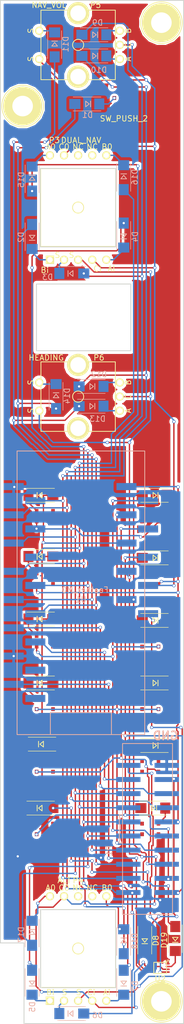
<source format=kicad_pcb>
(kicad_pcb (version 4) (host pcbnew 4.0.4+e1-6308~48~ubuntu14.04.1-stable)
  (layers (0 F.Cu signal) (31 B.Cu signal) (34 B.Paste user) (35 F.Paste user) (36 B.SilkS user) (37 F.SilkS user) (38 B.Mask user) (39 F.Mask user) (44 Edge.Cuts user))
  (net 0 "")
  (net 1 R7)
  (net 2 "Net-(D1-Pad1)")
  (net 3 R6)
  (net 4 "Net-(D2-Pad1)")
  (net 5 R5)
  (net 6 "Net-(D3-Pad1)")
  (net 7 R4)
  (net 8 "Net-(D4-Pad1)")
  (net 9 R3)
  (net 10 "Net-(D5-Pad1)")
  (net 11 R2)
  (net 12 "Net-(D6-Pad1)")
  (net 13 R1)
  (net 14 "Net-(D7-Pad1)")
  (net 15 R0)
  (net 16 GND)
  (net 17 C0)
  (net 18 C1)
  (net 19 C2)
  (net 20 C3)
  (net 21 C4)
  (net 22 C5)
  (net 23 C6)
  (net 24 C7)
  (net 25 +5V)
  (net 26 "Net-(D9-Pad1)")
  (net 27 "Net-(D10-Pad1)")
  (net 28 "Net-(D11-Pad1)")
  (net 29 "Net-(D12-Pad1)")
  (net 30 "Net-(D13-Pad1)")
  (net 31 "Net-(D14-Pad1)")
  (net 32 "Net-(D15-Pad1)")
  (net 33 "Net-(D16-Pad1)")
  (net 34 "Net-(D17-Pad1)")
  (net 35 "Net-(D18-Pad1)")
  (net 36 JA)
  (net 37 JX)
  (net 38 JB)
  (net 39 JY)
  (net 40 C8)
  (net 41 "Net-(D8-Pad1)")
  (net 42 C9)
  (net 43 "Net-(D19-Pad1)")
  (net 44 "Net-(D20-Pad1)")
  (net 45 "Net-(D21-Pad1)")
  (net 46 "Net-(D22-Pad1)")
  (net 47 "Net-(D23-Pad1)")
  (net 48 "Net-(D24-Pad1)")
  (net 49 "Net-(D25-Pad1)")
  (net 50 "Net-(D26-Pad1)")
  (net 51 "Net-(D27-Pad1)")
  (net 52 "Net-(D28-Pad1)")
  (net 53 "Net-(D29-Pad1)")
  (net 54 "Net-(D30-Pad1)")
  (net 55 "Net-(D31-Pad1)")
  (net 56 +3V3)
  (module custom:ELMA_conn (layer F.Cu) (at 114 37.25)
    (fp_text reference P3 (at -4.28 -12.104) (layer F.SilkS))
    (fp_text value DUAL_NAV (at 0.546 -12.104) (layer F.SilkS))
    (fp_text user B0 (at 5.207 -10.922) (layer F.SilkS))
    (fp_text user NC (at 2.54 -10.922) (layer F.SilkS))
    (fp_text user NC (at 0 -10.922) (layer F.SilkS))
    (fp_text user A0 (at -4.953 -10.922) (layer F.SilkS))
    (fp_text user C0 (at -2.54 -10.922) (layer F.SilkS))
    (fp_text user Ai (at 6 11) (layer F.SilkS))
    (fp_text user Ci (at 3.5 11) (layer F.SilkS))
    (fp_text user S (at -1.184 8.55) (layer F.SilkS))
    (fp_text user S (at -3.724 8.55) (layer F.SilkS))
    (fp_text user Bi (at -6 11.25) (layer F.SilkS))
    (pad 6 thru_hole circle (at -5.08 -9.39 90) (size 1.5 1.5) (drill 1) (layers *.Cu *.Mask F.SilkS) (net 32 "Net-(D15-Pad1)"))
    (pad 7 thru_hole circle (at -2.54 -9.39 90) (size 1.5 1.5) (drill 1) (layers *.Cu *.Mask F.SilkS) (net 1 R7))
    (pad 8 thru_hole circle (at 0 -9.39 90) (size 1.5 1.5) (drill 1) (layers *.Cu *.Mask F.SilkS))
    (pad 9 thru_hole circle (at 2.54 -9.39 90) (size 1.5 1.5) (drill 1) (layers *.Cu *.Mask F.SilkS))
    (pad 10 thru_hole circle (at 5.08 -9.39 90) (size 1.5 1.5) (drill 1) (layers *.Cu *.Mask F.SilkS) (net 33 "Net-(D16-Pad1)"))
    (pad 1 thru_hole rect (at -5.08 9.39 90) (size 1.5 1.5) (drill 1) (layers *.Cu *.Mask F.SilkS) (net 4 "Net-(D2-Pad1)"))
    (pad 2 thru_hole circle (at -2.54 9.39 90) (size 1.5 1.5) (drill 1) (layers *.Cu *.Mask F.SilkS) (net 6 "Net-(D3-Pad1)"))
    (pad 5 thru_hole circle (at 5.08 9.39 90) (size 1.5 1.5) (drill 1) (layers *.Cu *.Mask F.SilkS) (net 8 "Net-(D4-Pad1)"))
    (pad 4 thru_hole circle (at 2.54 9.39 90) (size 1.5 1.5) (drill 1) (layers *.Cu *.Mask F.SilkS) (net 1 R7))
    (pad 3 thru_hole circle (at 0 9.39 90) (size 1.5 1.5) (drill 1) (layers *.Cu *.Mask F.SilkS) (net 3 R6))
  )
  (module custom:ENC_conn (layer F.Cu) (at 114 71.25 90)
    (fp_text reference P6 (at 7 3.75 180) (layer F.SilkS))
    (fp_text value HEADING (at 7 -5.75 180) (layer F.SilkS))
    (fp_text user A (at -2.54 9.017 90) (layer F.SilkS))
    (fp_text user C (at 0 9.017 90) (layer F.SilkS))
    (fp_text user B (at 2.54 9.017 90) (layer F.SilkS))
    (fp_text user S (at -2.54 -8.509 90) (layer F.SilkS))
    (fp_text user S (at 2.54 -8.509 90) (layer F.SilkS))
    (pad "" thru_hole circle (at 5.7 0 180) (size 4 4) (drill 2.8) (layers *.Cu *.Mask F.SilkS))
    (pad 1 thru_hole circle (at -2.54 -7 180) (size 1.5 1.5) (drill 1) (layers *.Cu *.Mask F.SilkS) (net 3 R6))
    (pad 2 thru_hole circle (at 2.54 7.5 180) (size 1.5 1.5) (drill 1) (layers *.Cu *.Mask F.SilkS) (net 29 "Net-(D12-Pad1)"))
    (pad 3 thru_hole circle (at 0 7.5 180) (size 1.5 1.5) (drill 1) (layers *.Cu *.Mask F.SilkS) (net 3 R6))
    (pad 4 thru_hole circle (at -2.54 7.5 180) (size 1.5 1.5) (drill 1) (layers *.Cu *.Mask F.SilkS) (net 30 "Net-(D13-Pad1)"))
    (pad 5 thru_hole circle (at 2.54 -7 180) (size 1.5 1.5) (drill 1) (layers *.Cu *.Mask F.SilkS) (net 31 "Net-(D14-Pad1)"))
    (pad "" thru_hole circle (at -5.7 0 180) (size 4 4) (drill 2.8) (layers *.Cu *.Mask F.SilkS))
  )
  (module custom:CNC-3020-20 (layer B.Cu) (at 126.5 149 90)
    (fp_text reference P1 (at -3.908 -6.874 90) (layer B.SilkS) (effects (justify mirror)))
    (fp_text value CONN_02X10)
    (pad 19 smd rect (at 11.43 -3.46 90) (size 0.89 4.38) (layers B.Cu B.Paste B.Mask) (net 36 JA))
    (pad 17 smd rect (at 8.89 -3.46 90) (size 0.89 4.38) (layers B.Cu B.Paste B.Mask) (net 37 JX))
    (pad 15 smd rect (at 6.35 -3.46 90) (size 0.89 4.38) (layers B.Cu B.Paste B.Mask) (net 17 C0))
    (pad 13 smd rect (at 3.81 -3.46 90) (size 0.89 4.38) (layers B.Cu B.Paste B.Mask) (net 18 C1))
    (pad 11 smd rect (at 1.27 -3.46 90) (size 0.89 4.38) (layers B.Cu B.Paste B.Mask) (net 19 C2))
    (pad 9 smd rect (at -1.27 -3.46 90) (size 0.89 4.38) (layers B.Cu B.Paste B.Mask) (net 20 C3))
    (pad 7 smd rect (at -3.81 -3.46 90) (size 0.89 4.38) (layers B.Cu B.Paste B.Mask) (net 21 C4))
    (pad 5 smd rect (at -6.35 -3.46 90) (size 0.89 4.38) (layers B.Cu B.Paste B.Mask) (net 22 C5))
    (pad 3 smd rect (at -8.89 -3.46 90) (size 0.89 4.38) (layers B.Cu B.Paste B.Mask) (net 23 C6))
    (pad 1 smd rect (at -11.43 -3.46 90) (size 0.89 4.38) (layers B.Cu B.Paste B.Mask) (net 24 C7))
    (pad 2 smd rect (at -11.43 3.46 90) (size 0.89 4.38) (layers B.Cu B.Paste B.Mask) (net 25 +5V))
    (pad 4 smd rect (at -8.89 3.46 90) (size 0.89 4.38) (layers B.Cu B.Paste B.Mask) (net 5 R5))
    (pad 6 smd rect (at -6.35 3.46 90) (size 0.89 4.38) (layers B.Cu B.Paste B.Mask) (net 7 R4))
    (pad 8 smd rect (at -3.81 3.46 90) (size 0.89 4.38) (layers B.Cu B.Paste B.Mask) (net 9 R3))
    (pad 20 smd rect (at 11.43 3.46 90) (size 0.89 4.38) (layers B.Cu B.Paste B.Mask) (net 16 GND))
    (pad 18 smd rect (at 8.89 3.46 90) (size 0.89 4.38) (layers B.Cu B.Paste B.Mask) (net 38 JB))
    (pad 16 smd rect (at 6.35 3.46 90) (size 0.89 4.38) (layers B.Cu B.Paste B.Mask) (net 39 JY))
    (pad 14 smd rect (at 3.81 3.46 90) (size 0.89 4.38) (layers B.Cu B.Paste B.Mask) (net 15 R0))
    (pad 12 smd rect (at 1.27 3.46 90) (size 0.89 4.38) (layers B.Cu B.Paste B.Mask) (net 13 R1))
    (pad 10 smd rect (at -1.27 3.46 90) (size 0.89 4.38) (layers B.Cu B.Paste B.Mask) (net 11 R2))
  )
  (module custom:ENC_conn (layer F.Cu) (at 114 8 90)
    (fp_text reference P5 (at 7.158 3.134 180) (layer F.SilkS))
    (fp_text value NAV_VOL (at 7.158 -5.248 180) (layer F.SilkS))
    (fp_text user A (at -2.54 9.017 90) (layer F.SilkS))
    (fp_text user C (at 0 9.017 90) (layer F.SilkS))
    (fp_text user B (at 2.54 9.017 90) (layer F.SilkS))
    (fp_text user S (at -2.54 -8.509 90) (layer F.SilkS))
    (fp_text user S (at 2.54 -8.509 90) (layer F.SilkS))
    (pad "" thru_hole circle (at 5.7 0 180) (size 4 4) (drill 2.8) (layers *.Cu *.Mask F.SilkS))
    (pad 1 thru_hole circle (at -2.54 -7 180) (size 1.5 1.5) (drill 1) (layers *.Cu *.Mask F.SilkS) (net 1 R7))
    (pad 2 thru_hole circle (at 2.54 7.5 180) (size 1.5 1.5) (drill 1) (layers *.Cu *.Mask F.SilkS) (net 26 "Net-(D9-Pad1)"))
    (pad 3 thru_hole circle (at 0 7.5 180) (size 1.5 1.5) (drill 1) (layers *.Cu *.Mask F.SilkS) (net 1 R7))
    (pad 4 thru_hole circle (at -2.54 7.5 180) (size 1.5 1.5) (drill 1) (layers *.Cu *.Mask F.SilkS) (net 27 "Net-(D10-Pad1)"))
    (pad 5 thru_hole circle (at 2.54 -7 180) (size 1.5 1.5) (drill 1) (layers *.Cu *.Mask F.SilkS) (net 28 "Net-(D11-Pad1)"))
    (pad "" thru_hole circle (at -5.7 0 180) (size 4 4) (drill 2.8) (layers *.Cu *.Mask F.SilkS))
  )
  (module custom:ELMA_conn (layer F.Cu) (at 114 170.5)
    (fp_text reference P4 (at 0 -12.25 180) (layer F.SilkS))
    (fp_text value ALT (at -2.5 -12.25) (layer F.SilkS))
    (fp_text user B0 (at 5.207 -10.922) (layer F.SilkS))
    (fp_text user NC (at 2.54 -10.922) (layer F.SilkS))
    (fp_text user NC (at 0 -10.922) (layer F.SilkS))
    (fp_text user A0 (at -4.953 -10.922) (layer F.SilkS))
    (fp_text user C0 (at -2.54 -10.922) (layer F.SilkS))
    (fp_text user Ai (at 5.166 7.888) (layer F.SilkS))
    (fp_text user Ci (at 2.372 7.888) (layer F.SilkS))
    (fp_text user S (at 0.086 7.888) (layer F.SilkS))
    (fp_text user S (at -2.454 7.888) (layer F.SilkS))
    (fp_text user Bi (at -4.994 7.888) (layer F.SilkS))
    (pad 6 thru_hole circle (at -5.08 -9.39 90) (size 1.5 1.5) (drill 1) (layers *.Cu *.Mask F.SilkS) (net 34 "Net-(D17-Pad1)"))
    (pad 7 thru_hole circle (at -2.54 -9.39 90) (size 1.5 1.5) (drill 1) (layers *.Cu *.Mask F.SilkS) (net 3 R6))
    (pad 8 thru_hole circle (at 0 -9.39 90) (size 1.5 1.5) (drill 1) (layers *.Cu *.Mask F.SilkS))
    (pad 9 thru_hole circle (at 2.54 -9.39 90) (size 1.5 1.5) (drill 1) (layers *.Cu *.Mask F.SilkS))
    (pad 10 thru_hole circle (at 5.08 -9.39 90) (size 1.5 1.5) (drill 1) (layers *.Cu *.Mask F.SilkS) (net 35 "Net-(D18-Pad1)"))
    (pad 1 thru_hole rect (at -5.08 9.39 90) (size 1.5 1.5) (drill 1) (layers *.Cu *.Mask F.SilkS) (net 10 "Net-(D5-Pad1)"))
    (pad 2 thru_hole circle (at -2.54 9.39 90) (size 1.5 1.5) (drill 1) (layers *.Cu *.Mask F.SilkS) (net 12 "Net-(D6-Pad1)"))
    (pad 5 thru_hole circle (at 5.08 9.39 90) (size 1.5 1.5) (drill 1) (layers *.Cu *.Mask F.SilkS) (net 14 "Net-(D7-Pad1)"))
    (pad 4 thru_hole circle (at 2.54 9.39 90) (size 1.5 1.5) (drill 1) (layers *.Cu *.Mask F.SilkS) (net 3 R6))
    (pad 3 thru_hole circle (at 0 9.39 90) (size 1.5 1.5) (drill 1) (layers *.Cu *.Mask F.SilkS) (net 5 R5))
  )
  (module custom:Diode_SMD (layer F.Cu) (at 107.25 89)
    (fp_text reference D20 hide)
    (fp_text value D hide)
    (pad 2 smd rect (at 2.2 0) (size 2 1.8) (layers F.Cu F.Paste F.Mask) (net 40 C8))
    (pad 1 smd rect (at -2.2 0) (size 1.8 2) (layers F.Cu F.Paste F.Mask) (net 44 "Net-(D20-Pad1)"))
  )
  (module custom:Diode_SMD (layer F.Cu) (at 107.25 100)
    (fp_text reference D21 hide)
    (fp_text value D hide)
    (pad 2 smd rect (at 2.2 0) (size 2 1.8) (layers F.Cu F.Paste F.Mask) (net 40 C8))
    (pad 1 smd rect (at -2.2 0) (size 1.8 2) (layers F.Cu F.Paste F.Mask) (net 45 "Net-(D21-Pad1)"))
  )
  (module custom:Diode_SMD (layer F.Cu) (at 107.25 111.25)
    (fp_text reference D22 hide)
    (fp_text value D hide)
    (pad 2 smd rect (at 2.2 0) (size 2 1.8) (layers F.Cu F.Paste F.Mask) (net 40 C8))
    (pad 1 smd rect (at -2.2 0) (size 1.8 2) (layers F.Cu F.Paste F.Mask) (net 46 "Net-(D22-Pad1)"))
  )
  (module custom:Diode_SMD (layer F.Cu) (at 107.25 122.75)
    (fp_text reference D23 hide)
    (fp_text value D hide)
    (pad 2 smd rect (at 2.2 0) (size 2 1.8) (layers F.Cu F.Paste F.Mask) (net 40 C8))
    (pad 1 smd rect (at -2.2 0) (size 1.8 2) (layers F.Cu F.Paste F.Mask) (net 47 "Net-(D23-Pad1)"))
  )
  (module custom:Diode_SMD (layer F.Cu) (at 107.5 133.75)
    (fp_text reference D24 hide)
    (fp_text value D hide)
    (pad 2 smd rect (at 2.2 0) (size 2 1.8) (layers F.Cu F.Paste F.Mask) (net 40 C8))
    (pad 1 smd rect (at -2.2 0) (size 1.8 2) (layers F.Cu F.Paste F.Mask) (net 48 "Net-(D24-Pad1)"))
  )
  (module custom:Diode_SMD (layer F.Cu) (at 127.75 89 180)
    (fp_text reference D26 hide)
    (fp_text value D hide)
    (pad 2 smd rect (at 2.2 0 180) (size 2 1.8) (layers F.Cu F.Paste F.Mask) (net 42 C9))
    (pad 1 smd rect (at -2.2 0 180) (size 1.8 2) (layers F.Cu F.Paste F.Mask) (net 50 "Net-(D26-Pad1)"))
  )
  (module custom:Diode_SMD (layer F.Cu) (at 127.75 100.25 180)
    (fp_text reference D27 hide)
    (fp_text value D hide)
    (pad 2 smd rect (at 2.2 0 180) (size 2 1.8) (layers F.Cu F.Paste F.Mask) (net 42 C9))
    (pad 1 smd rect (at -2.2 0 180) (size 1.8 2) (layers F.Cu F.Paste F.Mask) (net 51 "Net-(D27-Pad1)"))
  )
  (module custom:Diode_SMD (layer F.Cu) (at 127.75 111.5 180)
    (fp_text reference D28 hide)
    (fp_text value D hide)
    (pad 2 smd rect (at 2.2 0 180) (size 2 1.8) (layers F.Cu F.Paste F.Mask) (net 42 C9))
    (pad 1 smd rect (at -2.2 0 180) (size 1.8 2) (layers F.Cu F.Paste F.Mask) (net 52 "Net-(D28-Pad1)"))
  )
  (module custom:Diode_SMD (layer F.Cu) (at 127.75 122.75 180)
    (fp_text reference D29 hide)
    (fp_text value D hide)
    (pad 2 smd rect (at 2.2 0 180) (size 2 1.8) (layers F.Cu F.Paste F.Mask) (net 42 C9))
    (pad 1 smd rect (at -2.2 0 180) (size 1.8 2) (layers F.Cu F.Paste F.Mask) (net 53 "Net-(D29-Pad1)"))
  )
  (module custom:Diode_SMD (layer F.Cu) (at 127.75 134 180)
    (fp_text reference D30 hide)
    (fp_text value D hide)
    (pad 2 smd rect (at 2.2 0 180) (size 2 1.8) (layers F.Cu F.Paste F.Mask) (net 42 C9))
    (pad 1 smd rect (at -2.2 0 180) (size 1.8 2) (layers F.Cu F.Paste F.Mask) (net 54 "Net-(D30-Pad1)"))
  )
  (module custom:Diode_SMD (layer F.Cu) (at 127.5 145.25 180)
    (fp_text reference D31 hide)
    (fp_text value D hide)
    (pad 2 smd rect (at 2.2 0 180) (size 2 1.8) (layers F.Cu F.Paste F.Mask) (net 42 C9))
    (pad 1 smd rect (at -2.2 0 180) (size 1.8 2) (layers F.Cu F.Paste F.Mask) (net 55 "Net-(D31-Pad1)"))
  )
  (module custom:Feather_M0_SMD (layer B.Cu) (at 114.5 107.75)
    (fp_text reference U1 (at 0 0) (layer B.SilkS) (effects (justify mirror)))
    (fp_text value Feather_M0 (at 0.75 -1.75) (layer B.SilkS) (effects (justify mirror)))
    (pad 25 smd rect (at 8.21 -20.32) (size 3.6 1.27) (layers B.Cu B.Paste B.Mask) (net 13 R1))
    (pad 23 smd rect (at 8.21 -15.24) (size 3.6 1.27) (layers B.Cu B.Paste B.Mask) (net 9 R3))
    (pad 21 smd rect (at 8.21 -10.16) (size 3.6 1.27) (layers B.Cu B.Paste B.Mask) (net 40 C8))
    (pad 19 smd rect (at 8.21 -5.08) (size 3.6 1.27) (layers B.Cu B.Paste B.Mask) (net 3 R6))
    (pad 24 smd rect (at 12.11 -17.78) (size 3.6 1.27) (layers B.Cu B.Paste B.Mask) (net 11 R2))
    (pad 22 smd rect (at 12.11 -12.7) (size 3.6 1.27) (layers B.Cu B.Paste B.Mask) (net 7 R4))
    (pad 20 smd rect (at 12.11 -7.62) (size 3.6 1.27) (layers B.Cu B.Paste B.Mask) (net 5 R5))
    (pad 18 smd rect (at 12.11 -2.54) (size 3.6 1.27) (layers B.Cu B.Paste B.Mask) (net 1 R7))
    (pad 16 smd rect (at -12.11 -20.32) (size 3.6 1.27) (layers B.Cu B.Paste B.Mask) (net 16 GND))
    (pad 14 smd rect (at -12.11 -15.24) (size 3.6 1.27) (layers B.Cu B.Paste B.Mask) (net 24 C7))
    (pad 12 smd rect (at -12.11 -10.16) (size 3.6 1.27) (layers B.Cu B.Paste B.Mask) (net 17 C0))
    (pad 10 smd rect (at -12.11 -5.08) (size 3.6 1.27) (layers B.Cu B.Paste B.Mask) (net 19 C2))
    (pad 8 smd rect (at -12.11 0) (size 3.6 1.27) (layers B.Cu B.Paste B.Mask) (net 21 C4))
    (pad 6 smd rect (at -12.11 5.08) (size 3.6 1.27) (layers B.Cu B.Paste B.Mask) (net 39 JY))
    (pad 4 smd rect (at -12.11 10.16) (size 3.6 1.27) (layers B.Cu B.Paste B.Mask) (net 16 GND))
    (pad 15 smd rect (at -8.21 -17.78) (size 3.6 1.27) (layers B.Cu B.Paste B.Mask) (net 23 C6))
    (pad 13 smd rect (at -8.21 -12.7) (size 3.6 1.27) (layers B.Cu B.Paste B.Mask) (net 15 R0))
    (pad 11 smd rect (at -8.21 -7.62) (size 3.6 1.27) (layers B.Cu B.Paste B.Mask) (net 18 C1))
    (pad 9 smd rect (at -8.21 -2.54) (size 3.6 1.27) (layers B.Cu B.Paste B.Mask) (net 20 C3))
    (pad 7 smd rect (at -8.21 2.54) (size 3.6 1.27) (layers B.Cu B.Paste B.Mask) (net 22 C5))
    (pad 5 smd rect (at -8.21 7.62) (size 3.6 1.27) (layers B.Cu B.Paste B.Mask) (net 37 JX))
    (pad 3 smd rect (at -8.21 12.7) (size 3.6 1.27) (layers B.Cu B.Paste B.Mask))
    (pad 26 smd rect (at 12.11 2.54) (size 3.6 1.27) (layers B.Cu B.Paste B.Mask) (net 25 +5V))
    (pad 17 smd rect (at 8.21 0) (size 3.6 1.27) (layers B.Cu B.Paste B.Mask) (net 42 C9))
    (pad 1 smd rect (at -8.21 17.78) (size 3.6 1.27) (layers B.Cu B.Paste B.Mask))
    (pad 2 smd rect (at -12.11 15.24) (size 3.6 1.27) (layers B.Cu B.Paste B.Mask) (net 56 +3V3))
  )
  (module custom:NC7WZ32K8X (layer F.Cu) (at 128.778 173.99 90)
    (fp_text reference U2 (at -2 0 180) (layer F.SilkS))
    (fp_text value OR_Gate_2c_2p hide)
    (fp_text user G (at 1.27 1.27 90) (layer F.SilkS) (effects (font (size 0.5 0.5) (thickness 0.125))))
    (pad 5 smd rect (at 0.75 -1.35 90) (size 0.3 0.7) (layers F.Cu F.Paste F.Mask) (net 38 JB))
    (pad 6 smd rect (at 0.25 -1.35 90) (size 0.3 0.7) (layers F.Cu F.Paste F.Mask) (net 3 R6))
    (pad 7 smd rect (at -0.25 -1.35 90) (size 0.3 0.7) (layers F.Cu F.Paste F.Mask) (net 41 "Net-(D8-Pad1)"))
    (pad 8 smd rect (at -0.75 -1.35 90) (size 0.3 0.7) (layers F.Cu F.Paste F.Mask) (net 56 +3V3))
    (pad 1 smd rect (at -0.75 1.35 90) (size 0.3 0.7) (layers F.Cu F.Paste F.Mask) (net 36 JA))
    (pad 2 smd rect (at -0.25 1.35 90) (size 0.3 0.7) (layers F.Cu F.Paste F.Mask) (net 3 R6))
    (pad 3 smd rect (at 0.25 1.35 90) (size 0.3 0.7) (layers F.Cu F.Paste F.Mask) (net 43 "Net-(D19-Pad1)"))
    (pad 4 smd rect (at 0.75 1.35 90) (size 0.3 0.7) (layers F.Cu F.Paste F.Mask) (net 16 GND))
  )
  (module custom:Diode_SMD (layer B.Cu) (at 122.214 176.61 90)
    (fp_text reference D7 (at -0.64 2.036 90) (layer B.SilkS) (effects (justify mirror)))
    (fp_text value D hide)
    (pad 2 smd rect (at 2.2 0 90) (size 2 1.8) (layers B.Cu B.Paste B.Mask) (net 19 C2))
    (pad 1 smd rect (at -2.2 0 90) (size 1.8 2) (layers B.Cu B.Paste B.Mask) (net 14 "Net-(D7-Pad1)"))
  )
  (module custom:Diode_SMD (layer B.Cu) (at 122.214 169.244 270)
    (fp_text reference D18 (at -0.08 -1.984 270) (layer B.SilkS) (effects (justify mirror)))
    (fp_text value D hide)
    (pad 2 smd rect (at 2.2 0 270) (size 2 1.8) (layers B.Cu B.Paste B.Mask) (net 18 C1))
    (pad 1 smd rect (at -2.2 0 270) (size 1.8 2) (layers B.Cu B.Paste B.Mask) (net 35 "Net-(D18-Pad1)"))
  )
  (module custom:Diode_SMD (layer B.Cu) (at 112.816 182.198)
    (fp_text reference D6 (at 4.684 0.302) (layer B.SilkS) (effects (justify mirror)))
    (fp_text value D hide)
    (pad 2 smd rect (at 2.2 0) (size 2 1.8) (layers B.Cu B.Paste B.Mask) (net 24 C7))
    (pad 1 smd rect (at -2.2 0) (size 1.8 2) (layers B.Cu B.Paste B.Mask) (net 12 "Net-(D6-Pad1)"))
  )
  (module custom:Diode_SMD (layer B.Cu) (at 105.704 167.72 270)
    (fp_text reference D17 (at 0.28 1.954 270) (layer B.SilkS) (effects (justify mirror)))
    (fp_text value D hide)
    (pad 2 smd rect (at 2.2 0 270) (size 2 1.8) (layers B.Cu B.Paste B.Mask) (net 17 C0))
    (pad 1 smd rect (at -2.2 0 270) (size 1.8 2) (layers B.Cu B.Paste B.Mask) (net 34 "Net-(D17-Pad1)"))
  )
  (module custom:Diode_SMD (layer B.Cu) (at 105.704 176.61 90)
    (fp_text reference D5 (at -4.39 0.046 90) (layer B.SilkS) (effects (justify mirror)))
    (fp_text value D hide)
    (pad 2 smd rect (at 2.2 0 90) (size 2 1.8) (layers B.Cu B.Paste B.Mask) (net 20 C3))
    (pad 1 smd rect (at -2.2 0 90) (size 1.8 2) (layers B.Cu B.Paste B.Mask) (net 10 "Net-(D5-Pad1)"))
  )
  (module custom:Diode_SMD (layer F.Cu) (at 126 169 90)
    (fp_text reference D8 (at -0.08 1.984 90) (layer F.SilkS))
    (fp_text value D hide)
    (pad 2 smd rect (at 2.2 0 90) (size 2 1.8) (layers F.Cu F.Paste F.Mask) (net 40 C8))
    (pad 1 smd rect (at -2.2 0 90) (size 1.8 2) (layers F.Cu F.Paste F.Mask) (net 41 "Net-(D8-Pad1)"))
  )
  (module custom:Diode_SMD (layer F.Cu) (at 131.5 168.75 90)
    (fp_text reference D19 (at -0.25 -2 90) (layer F.SilkS))
    (fp_text value D hide)
    (pad 2 smd rect (at 2.2 0 90) (size 2 1.8) (layers F.Cu F.Paste F.Mask) (net 42 C9))
    (pad 1 smd rect (at -2.2 0 90) (size 1.8 2) (layers F.Cu F.Paste F.Mask) (net 43 "Net-(D19-Pad1)"))
  )
  (module custom:Diode_SMD (layer F.Cu) (at 107.25 145.25)
    (fp_text reference D25 hide)
    (fp_text value D hide)
    (pad 2 smd rect (at 2.2 0) (size 2 1.8) (layers F.Cu F.Paste F.Mask) (net 40 C8))
    (pad 1 smd rect (at -2.2 0) (size 1.8 2) (layers F.Cu F.Paste F.Mask) (net 49 "Net-(D25-Pad1)"))
  )
  (module custom:Diode_SMD (layer B.Cu) (at 116.372 72.978 180)
    (fp_text reference D13 (at -1.128 -2.272 180) (layer B.SilkS) (effects (justify mirror)))
    (fp_text value D hide)
    (pad 2 smd rect (at 2.2 0 180) (size 2 1.8) (layers B.Cu B.Paste B.Mask) (net 22 C5))
    (pad 1 smd rect (at -2.2 0 180) (size 1.8 2) (layers B.Cu B.Paste B.Mask) (net 30 "Net-(D13-Pad1)"))
  )
  (module custom:Diode_SMD (layer B.Cu) (at 110.022 71.2 270)
    (fp_text reference D14 (at -0.08 -1.984 270) (layer B.SilkS) (effects (justify mirror)))
    (fp_text value D hide)
    (pad 2 smd rect (at 2.2 0 270) (size 2 1.8) (layers B.Cu B.Paste B.Mask) (net 21 C4))
    (pad 1 smd rect (at -2.2 0 270) (size 1.8 2) (layers B.Cu B.Paste B.Mask) (net 31 "Net-(D14-Pad1)"))
  )
  (module custom:Diode_SMD (layer B.Cu) (at 116.372 69.422 180)
    (fp_text reference D12 (at -1.378 2.172 180) (layer B.SilkS) (effects (justify mirror)))
    (fp_text value D hide)
    (pad 2 smd rect (at 2.2 0 180) (size 2 1.8) (layers B.Cu B.Paste B.Mask) (net 23 C6))
    (pad 1 smd rect (at -2.2 0 180) (size 1.8 2) (layers B.Cu B.Paste B.Mask) (net 29 "Net-(D12-Pad1)"))
  )
  (module custom:Diode_SMD (layer B.Cu) (at 112.816 49.102)
    (fp_text reference D3 (at -4.316 0.648) (layer B.SilkS) (effects (justify mirror)))
    (fp_text value D hide)
    (pad 2 smd rect (at 2.2 0) (size 2 1.8) (layers B.Cu B.Paste B.Mask) (net 24 C7))
    (pad 1 smd rect (at -2.2 0) (size 1.8 2) (layers B.Cu B.Paste B.Mask) (net 6 "Net-(D3-Pad1)"))
  )
  (module custom:Diode_SMD (layer B.Cu) (at 122.214 42.244 90)
    (fp_text reference D4 (at -0.256 2.036 90) (layer B.SilkS) (effects (justify mirror)))
    (fp_text value D)
    (pad 2 smd rect (at 2.2 0 90) (size 2 1.8) (layers B.Cu B.Paste B.Mask) (net 19 C2))
    (pad 1 smd rect (at -2.2 0 90) (size 1.8 2) (layers B.Cu B.Paste B.Mask) (net 8 "Net-(D4-Pad1)"))
  )
  (module custom:Diode_SMD (layer B.Cu) (at 105.704 42.498 90)
    (fp_text reference D2 (at -0.08 -1.984 90) (layer B.SilkS) (effects (justify mirror)))
    (fp_text value D hide)
    (pad 2 smd rect (at 2.2 0 90) (size 2 1.8) (layers B.Cu B.Paste B.Mask) (net 20 C3))
    (pad 1 smd rect (at -2.2 0 90) (size 1.8 2) (layers B.Cu B.Paste B.Mask) (net 4 "Net-(D2-Pad1)"))
  )
  (module custom:Diode_SMD (layer B.Cu) (at 122.214 31.83 270)
    (fp_text reference D16 (at -0.08 -1.984 270) (layer B.SilkS) (effects (justify mirror)))
    (fp_text value D hide)
    (pad 2 smd rect (at 2.2 0 270) (size 2 1.8) (layers B.Cu B.Paste B.Mask) (net 18 C1))
    (pad 1 smd rect (at -2.2 0 270) (size 1.8 2) (layers B.Cu B.Paste B.Mask) (net 33 "Net-(D16-Pad1)"))
  )
  (module custom:Diode_SMD (layer B.Cu) (at 105.704 32.084 270)
    (fp_text reference D15 (at 0.166 1.954 270) (layer B.SilkS) (effects (justify mirror)))
    (fp_text value D)
    (pad 2 smd rect (at 2.2 0 270) (size 2 1.8) (layers B.Cu B.Paste B.Mask) (net 17 C0))
    (pad 1 smd rect (at -2.2 0 270) (size 1.8 2) (layers B.Cu B.Paste B.Mask) (net 32 "Net-(D15-Pad1)"))
  )
  (module custom:Diode_SMD (layer B.Cu) (at 116.88 6.176 180)
    (fp_text reference D9 (at -0.62 2.176 180) (layer B.SilkS) (effects (justify mirror)))
    (fp_text value D hide)
    (pad 2 smd rect (at 2.2 0 180) (size 2 1.8) (layers B.Cu B.Paste B.Mask) (net 24 C7))
    (pad 1 smd rect (at -2.2 0 180) (size 1.8 2) (layers B.Cu B.Paste B.Mask) (net 26 "Net-(D9-Pad1)"))
  )
  (module custom:Diode_SMD (layer B.Cu) (at 116.88 9.986 180)
    (fp_text reference D10 (at -0.87 -2.514 180) (layer B.SilkS) (effects (justify mirror)))
    (fp_text value D hide)
    (pad 2 smd rect (at 2.2 0 180) (size 2 1.8) (layers B.Cu B.Paste B.Mask) (net 23 C6))
    (pad 1 smd rect (at -2.2 0 180) (size 1.8 2) (layers B.Cu B.Paste B.Mask) (net 27 "Net-(D10-Pad1)"))
  )
  (module custom:Diode_SMD (layer B.Cu) (at 109.768 7.954 270)
    (fp_text reference D11 (at -0.08 -1.984 270) (layer B.SilkS) (effects (justify mirror)))
    (fp_text value D hide)
    (pad 2 smd rect (at 2.2 0 270) (size 2 1.8) (layers B.Cu B.Paste B.Mask) (net 22 C5))
    (pad 1 smd rect (at -2.2 0 270) (size 1.8 2) (layers B.Cu B.Paste B.Mask) (net 28 "Net-(D11-Pad1)"))
  )
  (module custom:Diode_SMD (layer B.Cu) (at 115.61 18.622 180)
    (fp_text reference D1 (at -0.08 -1.984 180) (layer B.SilkS) (effects (justify mirror)))
    (fp_text value D hide)
    (pad 2 smd rect (at 2.2 0 180) (size 2 1.8) (layers B.Cu B.Paste B.Mask) (net 21 C4))
    (pad 1 smd rect (at -2.2 0 180) (size 1.8 2) (layers B.Cu B.Paste B.Mask) (net 2 "Net-(D1-Pad1)"))
  )
  (module custom:SW_PUSH (layer F.Cu) (at 122 18.5)
    (fp_text reference SW1 hide)
    (fp_text value SW_PUSH_2 (at 0.25 2.75) (layer F.SilkS))
    (pad 3 smd rect (at -1.475 0.95) (size 0.65 0.7) (layers F.Cu F.Paste F.Mask) (net 1 R7))
    (pad 1 smd rect (at -1.475 -0.95) (size 0.65 0.7) (layers F.Cu F.Paste F.Mask) (net 2 "Net-(D1-Pad1)"))
    (pad 4 smd rect (at 1.475 0.95) (size 0.65 0.7) (layers F.Cu F.Paste F.Mask))
    (pad 2 smd rect (at 1.475 -0.95) (size 0.65 0.7) (layers F.Cu F.Paste F.Mask))
  )
  (module custom:SW_PUSH (layer F.Cu) (at 108 92.75)
    (fp_text reference SW2 hide)
    (fp_text value SW_PUSH_2 hide)
    (pad 3 smd rect (at -1.475 0.95) (size 0.65 0.7) (layers F.Cu F.Paste F.Mask) (net 15 R0))
    (pad 1 smd rect (at -1.475 -0.95) (size 0.65 0.7) (layers F.Cu F.Paste F.Mask) (net 44 "Net-(D20-Pad1)"))
    (pad 4 smd rect (at 1.475 0.95) (size 0.65 0.7) (layers F.Cu F.Paste F.Mask))
    (pad 2 smd rect (at 1.475 -0.95) (size 0.65 0.7) (layers F.Cu F.Paste F.Mask))
  )
  (module custom:SW_PUSH (layer F.Cu) (at 108 104)
    (fp_text reference SW3 hide)
    (fp_text value SW_PUSH_2 hide)
    (pad 3 smd rect (at -1.475 0.95) (size 0.65 0.7) (layers F.Cu F.Paste F.Mask) (net 13 R1))
    (pad 1 smd rect (at -1.475 -0.95) (size 0.65 0.7) (layers F.Cu F.Paste F.Mask) (net 45 "Net-(D21-Pad1)"))
    (pad 4 smd rect (at 1.475 0.95) (size 0.65 0.7) (layers F.Cu F.Paste F.Mask))
    (pad 2 smd rect (at 1.475 -0.95) (size 0.65 0.7) (layers F.Cu F.Paste F.Mask))
  )
  (module custom:SW_PUSH (layer F.Cu) (at 108 115.25)
    (fp_text reference SW4 hide)
    (fp_text value SW_PUSH_2 hide)
    (pad 3 smd rect (at -1.475 0.95) (size 0.65 0.7) (layers F.Cu F.Paste F.Mask) (net 11 R2))
    (pad 1 smd rect (at -1.475 -0.95) (size 0.65 0.7) (layers F.Cu F.Paste F.Mask) (net 46 "Net-(D22-Pad1)"))
    (pad 4 smd rect (at 1.475 0.95) (size 0.65 0.7) (layers F.Cu F.Paste F.Mask))
    (pad 2 smd rect (at 1.475 -0.95) (size 0.65 0.7) (layers F.Cu F.Paste F.Mask))
  )
  (module custom:SW_PUSH (layer F.Cu) (at 108 126.5)
    (fp_text reference SW5 hide)
    (fp_text value SW_PUSH_2 hide)
    (pad 3 smd rect (at -1.475 0.95) (size 0.65 0.7) (layers F.Cu F.Paste F.Mask) (net 9 R3))
    (pad 1 smd rect (at -1.475 -0.95) (size 0.65 0.7) (layers F.Cu F.Paste F.Mask) (net 47 "Net-(D23-Pad1)"))
    (pad 4 smd rect (at 1.475 0.95) (size 0.65 0.7) (layers F.Cu F.Paste F.Mask))
    (pad 2 smd rect (at 1.475 -0.95) (size 0.65 0.7) (layers F.Cu F.Paste F.Mask))
  )
  (module custom:SW_PUSH (layer F.Cu) (at 108 137.75)
    (fp_text reference SW6 hide)
    (fp_text value SW_PUSH_2 hide)
    (pad 3 smd rect (at -1.475 0.95) (size 0.65 0.7) (layers F.Cu F.Paste F.Mask) (net 7 R4))
    (pad 1 smd rect (at -1.475 -0.95) (size 0.65 0.7) (layers F.Cu F.Paste F.Mask) (net 48 "Net-(D24-Pad1)"))
    (pad 4 smd rect (at 1.475 0.95) (size 0.65 0.7) (layers F.Cu F.Paste F.Mask))
    (pad 2 smd rect (at 1.475 -0.95) (size 0.65 0.7) (layers F.Cu F.Paste F.Mask))
  )
  (module custom:SW_PUSH (layer F.Cu) (at 108 149)
    (fp_text reference SW7 hide)
    (fp_text value SW_PUSH_2 hide)
    (pad 3 smd rect (at -1.475 0.95) (size 0.65 0.7) (layers F.Cu F.Paste F.Mask) (net 5 R5))
    (pad 1 smd rect (at -1.475 -0.95) (size 0.65 0.7) (layers F.Cu F.Paste F.Mask) (net 49 "Net-(D25-Pad1)"))
    (pad 4 smd rect (at 1.475 0.95) (size 0.65 0.7) (layers F.Cu F.Paste F.Mask))
    (pad 2 smd rect (at 1.475 -0.95) (size 0.65 0.7) (layers F.Cu F.Paste F.Mask))
  )
  (module custom:SW_PUSH (layer F.Cu) (at 127 92.75 180)
    (fp_text reference SW8 hide)
    (fp_text value SW_PUSH_2 hide)
    (pad 3 smd rect (at -1.475 0.95 180) (size 0.65 0.7) (layers F.Cu F.Paste F.Mask) (net 50 "Net-(D26-Pad1)"))
    (pad 1 smd rect (at -1.475 -0.95 180) (size 0.65 0.7) (layers F.Cu F.Paste F.Mask) (net 15 R0))
    (pad 4 smd rect (at 1.475 0.95 180) (size 0.65 0.7) (layers F.Cu F.Paste F.Mask))
    (pad 2 smd rect (at 1.475 -0.95 180) (size 0.65 0.7) (layers F.Cu F.Paste F.Mask))
  )
  (module custom:SW_PUSH (layer F.Cu) (at 127 104 180)
    (fp_text reference SW9 hide)
    (fp_text value SW_PUSH_2 hide)
    (pad 3 smd rect (at -1.475 0.95 180) (size 0.65 0.7) (layers F.Cu F.Paste F.Mask) (net 51 "Net-(D27-Pad1)"))
    (pad 1 smd rect (at -1.475 -0.95 180) (size 0.65 0.7) (layers F.Cu F.Paste F.Mask) (net 13 R1))
    (pad 4 smd rect (at 1.475 0.95 180) (size 0.65 0.7) (layers F.Cu F.Paste F.Mask))
    (pad 2 smd rect (at 1.475 -0.95 180) (size 0.65 0.7) (layers F.Cu F.Paste F.Mask))
  )
  (module custom:SW_PUSH (layer F.Cu) (at 127 115.25 180)
    (fp_text reference SW10 hide)
    (fp_text value SW_PUSH_2 hide)
    (pad 3 smd rect (at -1.475 0.95 180) (size 0.65 0.7) (layers F.Cu F.Paste F.Mask) (net 52 "Net-(D28-Pad1)"))
    (pad 1 smd rect (at -1.475 -0.95 180) (size 0.65 0.7) (layers F.Cu F.Paste F.Mask) (net 11 R2))
    (pad 4 smd rect (at 1.475 0.95 180) (size 0.65 0.7) (layers F.Cu F.Paste F.Mask))
    (pad 2 smd rect (at 1.475 -0.95 180) (size 0.65 0.7) (layers F.Cu F.Paste F.Mask))
  )
  (module custom:SW_PUSH (layer F.Cu) (at 127 126.5 180)
    (fp_text reference SW11 hide)
    (fp_text value SW_PUSH_2 hide)
    (pad 3 smd rect (at -1.475 0.95 180) (size 0.65 0.7) (layers F.Cu F.Paste F.Mask) (net 53 "Net-(D29-Pad1)"))
    (pad 1 smd rect (at -1.475 -0.95 180) (size 0.65 0.7) (layers F.Cu F.Paste F.Mask) (net 9 R3))
    (pad 4 smd rect (at 1.475 0.95 180) (size 0.65 0.7) (layers F.Cu F.Paste F.Mask))
    (pad 2 smd rect (at 1.475 -0.95 180) (size 0.65 0.7) (layers F.Cu F.Paste F.Mask))
  )
  (module custom:SW_PUSH (layer F.Cu) (at 127 137.75 180)
    (fp_text reference SW12 hide)
    (fp_text value SW_PUSH_2 hide)
    (pad 3 smd rect (at -1.475 0.95 180) (size 0.65 0.7) (layers F.Cu F.Paste F.Mask) (net 54 "Net-(D30-Pad1)"))
    (pad 1 smd rect (at -1.475 -0.95 180) (size 0.65 0.7) (layers F.Cu F.Paste F.Mask) (net 7 R4))
    (pad 4 smd rect (at 1.475 0.95 180) (size 0.65 0.7) (layers F.Cu F.Paste F.Mask))
    (pad 2 smd rect (at 1.475 -0.95 180) (size 0.65 0.7) (layers F.Cu F.Paste F.Mask))
  )
  (module custom:SW_PUSH (layer F.Cu) (at 127 149 180)
    (fp_text reference SW13 hide)
    (fp_text value SW_PUSH_2 hide)
    (pad 3 smd rect (at -1.475 0.95 180) (size 0.65 0.7) (layers F.Cu F.Paste F.Mask) (net 55 "Net-(D31-Pad1)"))
    (pad 1 smd rect (at -1.475 -0.95 180) (size 0.65 0.7) (layers F.Cu F.Paste F.Mask) (net 5 R5))
    (pad 4 smd rect (at 1.475 0.95 180) (size 0.65 0.7) (layers F.Cu F.Paste F.Mask))
    (pad 2 smd rect (at 1.475 -0.95 180) (size 0.65 0.7) (layers F.Cu F.Paste F.Mask))
  )
  (module custom:SCREW (layer F.Cu) (at 104 19)
    (fp_text reference Ref** hide)
    (fp_text value Val** hide)
    (pad "" thru_hole circle (at 0 0) (size 7 7) (drill 3.7) (layers *.Cu *.Mask F.SilkS))
  )
  (module custom:SCREW (layer F.Cu) (at 129 4)
    (fp_text reference Ref** hide)
    (fp_text value Val** hide)
    (pad "" thru_hole circle (at 0 0) (size 7 7) (drill 3.7) (layers *.Cu *.Mask F.SilkS))
  )
  (module custom:SCREW (layer F.Cu) (at 129 180)
    (fp_text reference Ref** hide)
    (fp_text value Val** hide)
    (pad "" thru_hole circle (at 0 0) (size 7 7) (drill 3.7) (layers *.Cu *.Mask F.SilkS))
  )
  (gr_text GND (at 129.75 132.25) (layer B.SilkS) (effects (font (size 1.5 1.5) (thickness 0.3)) (justify mirror)))
  (gr_line (start 104.25 169.5) (end 104.25 184) (angle 90) (layer Edge.Cuts) (width 0.15))
  (gr_line (start 100 169.5) (end 104.25 169.5) (angle 90) (layer Edge.Cuts) (width 0.15))
  (gr_line (start 107.2435 177.546) (end 107.2435 163.5125) (angle 90) (layer Edge.Cuts) (width 0.15))
  (gr_line (start 120.769 177.546) (end 107.2435 177.546) (angle 90) (layer Edge.Cuts) (width 0.15))
  (gr_line (start 120.769 163.5125) (end 120.769 177.546) (angle 90) (layer Edge.Cuts) (width 0.15))
  (gr_line (start 107.2435 163.5125) (end 120.769 163.5125) (angle 90) (layer Edge.Cuts) (width 0.15))
  (gr_line (start 107.18 30.226) (end 107.434 30.226) (angle 90) (layer Edge.Cuts) (width 0.15))
  (gr_line (start 107.18 44.323) (end 107.18 30.226) (angle 90) (layer Edge.Cuts) (width 0.15))
  (gr_line (start 120.769 44.323) (end 107.18 44.323) (angle 90) (layer Edge.Cuts) (width 0.15))
  (gr_line (start 120.769 30.226) (end 120.769 44.323) (angle 90) (layer Edge.Cuts) (width 0.15))
  (gr_line (start 107.307 30.226) (end 120.769 30.226) (angle 90) (layer Edge.Cuts) (width 0.15))
  (gr_line (start 106.5 51) (end 106.5 63) (angle 90) (layer Edge.Cuts) (width 0.15))
  (gr_line (start 123.5 51) (end 106.5 51) (angle 90) (layer Edge.Cuts) (width 0.15))
  (gr_line (start 123.5 63) (end 123.5 51) (angle 90) (layer Edge.Cuts) (width 0.15))
  (gr_line (start 106.5 63) (end 123.5 63) (angle 90) (layer Edge.Cuts) (width 0.15))
  (gr_line (start 100 169.5) (end 100 0) (angle 90) (layer Edge.Cuts) (width 0.15))
  (gr_line (start 133 184) (end 104.25 184) (angle 90) (layer Edge.Cuts) (width 0.15))
  (gr_line (start 133 0) (end 133 184) (angle 90) (layer Edge.Cuts) (width 0.15))
  (gr_line (start 100 0) (end 133 0) (angle 90) (layer Edge.Cuts) (width 0.15))
  (segment (start 107.228 103.458) (end 107.228 103.462) (width 0.25) (layer B.Cu) (net 0))
  (segment (start 107.226 103.46) (end 107.228 103.462) (width 0.25) (layer B.Cu) (net 0))
  (segment (start 120.525 19.45) (end 120.525 26.242) (width 0.25) (layer F.Cu) (net 1))
  (segment (start 120.5 26.25) (end 120.5 26.242) (width 0.25) (layer F.Cu) (net 1))
  (segment (start 120.517 26.25) (end 120.5 26.25) (width 0.25) (layer F.Cu) (net 1))
  (segment (start 120.525 26.242) (end 120.517 26.25) (width 0.25) (layer F.Cu) (net 1))
  (segment (start 131.25 75.75) (end 131.25 75.5) (width 0.25) (layer B.Cu) (net 1))
  (segment (start 131.25 75.5) (end 127.802 72.052) (width 0.25) (layer B.Cu) (net 1))
  (segment (start 131.21 105.21) (end 131.25 105.25) (width 0.25) (layer B.Cu) (net 1))
  (via (at 131.25 105.25) (size 0.6) (drill 0.4) (layers F.Cu B.Cu) (net 1))
  (segment (start 131.25 105.25) (end 131.25 85.25) (width 0.25) (layer F.Cu) (net 1))
  (segment (start 131.21 105.21) (end 126.61 105.21) (width 0.25) (layer B.Cu) (net 1))
  (segment (start 131.25 75.75) (end 131.25 85.25) (width 0.25) (layer F.Cu) (net 1))
  (via (at 131.25 75.75) (size 0.6) (drill 0.4) (layers F.Cu B.Cu) (net 1))
  (segment (start 107 10.54) (end 107 10.774) (width 0.25) (layer F.Cu) (net 1))
  (segment (start 107 10.774) (end 112.562 16.336) (width 0.25) (layer F.Cu) (net 1))
  (segment (start 112.562 16.336) (end 116.372 16.336) (width 0.25) (layer F.Cu) (net 1))
  (segment (start 116.372 16.336) (end 118.404 14.304) (width 0.25) (layer F.Cu) (net 1))
  (segment (start 118.404 14.304) (end 126.278 14.304) (width 0.25) (layer F.Cu) (net 1))
  (via (at 126.278 14.304) (size 0.6) (drill 0.4) (layers F.Cu B.Cu) (net 1))
  (segment (start 121.5 8) (end 123.692 8) (width 0.25) (layer F.Cu) (net 1))
  (segment (start 127.802 15.828) (end 127.802 17.352) (width 0.25) (layer B.Cu) (net 1))
  (segment (start 123.738 11.764) (end 126.278 14.304) (width 0.25) (layer B.Cu) (net 1))
  (segment (start 126.278 14.304) (end 127.802 15.828) (width 0.25) (layer B.Cu) (net 1))
  (segment (start 123.738 7.954) (end 123.738 11.764) (width 0.25) (layer B.Cu) (net 1))
  (via (at 123.738 7.954) (size 0.6) (drill 0.4) (layers F.Cu B.Cu) (net 1))
  (segment (start 123.692 8) (end 123.738 7.954) (width 0.25) (layer F.Cu) (net 1))
  (segment (start 111.46 27.86) (end 111.46 27.852) (width 0.25) (layer F.Cu) (net 1))
  (segment (start 111.46 27.852) (end 113.07 26.242) (width 0.25) (layer F.Cu) (net 1))
  (segment (start 113.07 26.242) (end 120.5 26.242) (width 0.25) (layer F.Cu) (net 1))
  (segment (start 120.5 26.242) (end 127.802 26.242) (width 0.25) (layer F.Cu) (net 1))
  (via (at 127.802 26.242) (size 0.6) (drill 0.4) (layers F.Cu B.Cu) (net 1))
  (segment (start 116.54 46.64) (end 116.704 46.64) (width 0.25) (layer F.Cu) (net 1))
  (segment (start 116.704 46.64) (end 118.15 48.086) (width 0.25) (layer F.Cu) (net 1))
  (segment (start 118.15 48.086) (end 127.802 48.086) (width 0.25) (layer F.Cu) (net 1))
  (via (at 127.802 48.086) (size 0.6) (drill 0.4) (layers F.Cu B.Cu) (net 1))
  (segment (start 127.802 24.718) (end 127.802 18.368) (width 0.25) (layer B.Cu) (net 1))
  (segment (start 127.802 18.368) (end 127.802 17.352) (width 0.25) (layer B.Cu) (net 1))
  (segment (start 127.802 17.352) (end 127.802 17.098) (width 0.25) (layer B.Cu) (net 1))
  (segment (start 127.802 72.052) (end 127.802 48.086) (width 0.25) (layer B.Cu) (net 1))
  (segment (start 127.802 48.086) (end 127.802 26.242) (width 0.25) (layer B.Cu) (net 1))
  (segment (start 127.802 26.242) (end 127.802 24.718) (width 0.25) (layer B.Cu) (net 1))
  (via (at 120.525 17.55) (size 0.6) (drill 0.4) (layers F.Cu B.Cu) (net 2))
  (segment (start 117.81 18.622) (end 119.453 18.622) (width 0.25) (layer B.Cu) (net 2))
  (segment (start 119.453 18.622) (end 120.525 17.55) (width 0.25) (layer B.Cu) (net 2))
  (segment (start 116.54 179.89) (end 116.39 179.89) (width 0.25) (layer B.Cu) (net 3))
  (segment (start 116.39 179.89) (end 114.808 178.308) (width 0.25) (layer B.Cu) (net 3))
  (segment (start 109.502 163.068) (end 111.46 161.11) (width 0.25) (layer F.Cu) (net 3))
  (segment (start 106.934 163.068) (end 109.502 163.068) (width 0.25) (layer F.Cu) (net 3))
  (segment (start 106.426 163.576) (end 106.934 163.068) (width 0.25) (layer F.Cu) (net 3))
  (segment (start 106.426 177.292) (end 106.426 163.576) (width 0.25) (layer F.Cu) (net 3))
  (segment (start 107.442 178.308) (end 106.426 177.292) (width 0.25) (layer F.Cu) (net 3))
  (via (at 107.442 178.308) (size 0.6) (drill 0.4) (layers F.Cu B.Cu) (net 3))
  (segment (start 114.808 178.308) (end 107.442 178.308) (width 0.25) (layer B.Cu) (net 3))
  (segment (start 124.148002 175.317998) (end 124.148002 174.809998) (width 0.25) (layer B.Cu) (net 3))
  (segment (start 124.148002 175.317998) (end 124.148002 180.790002) (width 0.25) (layer B.Cu) (net 3))
  (segment (start 124.148002 180.790002) (end 124.46 181.102) (width 0.25) (layer B.Cu) (net 3))
  (via (at 124.46 181.102) (size 0.6) (drill 0.4) (layers F.Cu B.Cu) (net 3))
  (segment (start 116.54 179.89) (end 117.752 181.102) (width 0.25) (layer F.Cu) (net 3))
  (segment (start 124.46 181.102) (end 117.752 181.102) (width 0.25) (layer F.Cu) (net 3))
  (segment (start 126.242 173.74) (end 127.428 173.74) (width 0.25) (layer F.Cu) (net 3))
  (segment (start 125.984 173.482) (end 126.242 173.74) (width 0.25) (layer F.Cu) (net 3))
  (segment (start 125.984 173.228) (end 125.984 173.482) (width 0.25) (layer F.Cu) (net 3))
  (segment (start 125.73 172.974) (end 125.984 173.228) (width 0.25) (layer F.Cu) (net 3))
  (via (at 125.73 172.974) (size 0.6) (drill 0.4) (layers F.Cu B.Cu) (net 3))
  (segment (start 125.73 173.228) (end 125.73 172.974) (width 0.25) (layer B.Cu) (net 3))
  (segment (start 124.148002 174.809998) (end 125.73 173.228) (width 0.25) (layer B.Cu) (net 3))
  (segment (start 130.128 174.24) (end 129.282 174.24) (width 0.25) (layer F.Cu) (net 3))
  (segment (start 128.782 173.74) (end 127.428 173.74) (width 0.25) (layer F.Cu) (net 3))
  (segment (start 129.282 174.24) (end 128.782 173.74) (width 0.25) (layer F.Cu) (net 3))
  (segment (start 108.718 78.532) (end 108.718 78.718) (width 0.25) (layer B.Cu) (net 3))
  (segment (start 119.25 79.5) (end 123.25 79.5) (width 0.25) (layer F.Cu) (net 3))
  (via (at 119.25 79.5) (size 0.6) (drill 0.4) (layers F.Cu B.Cu) (net 3))
  (segment (start 109.5 79.5) (end 119.25 79.5) (width 0.25) (layer B.Cu) (net 3))
  (segment (start 108.718 78.718) (end 109.5 79.5) (width 0.25) (layer B.Cu) (net 3))
  (segment (start 123.25 79.5) (end 123.25 79.308) (width 0.25) (layer B.Cu) (net 3))
  (segment (start 123.25 79.308) (end 127.04 75.518) (width 0.25) (layer B.Cu) (net 3))
  (segment (start 127.04 75.518) (end 127.04 71.2) (width 0.25) (layer B.Cu) (net 3))
  (via (at 123.25 79.5) (size 0.6) (drill 0.4) (layers F.Cu B.Cu) (net 3))
  (segment (start 123.25 79.5) (end 123.25 85.75) (width 0.25) (layer F.Cu) (net 3))
  (segment (start 123.25 103.75) (end 123.25 85.75) (width 0.25) (layer F.Cu) (net 3))
  (segment (start 107 73.79) (end 107 76.814) (width 0.25) (layer B.Cu) (net 3))
  (segment (start 107 76.814) (end 108.718 78.532) (width 0.25) (layer B.Cu) (net 3))
  (segment (start 108.718 78.532) (end 108.752 78.566) (width 0.25) (layer B.Cu) (net 3))
  (segment (start 123.25 153.5) (end 124.75 153.5) (width 0.25) (layer F.Cu) (net 3))
  (segment (start 128 154) (end 127.989151 156.999528) (width 0.25) (layer F.Cu) (net 3))
  (via (at 128 154) (size 0.6) (drill 0.4) (layers F.Cu B.Cu) (net 3))
  (segment (start 125.5 154) (end 128 154) (width 0.25) (layer B.Cu) (net 3))
  (via (at 125.5 154) (size 0.6) (drill 0.4) (layers F.Cu B.Cu) (net 3))
  (segment (start 125.25 153.75) (end 125.5 154) (width 0.25) (layer F.Cu) (net 3))
  (segment (start 125 153.75) (end 125.25 153.75) (width 0.25) (layer F.Cu) (net 3))
  (segment (start 124.75 153.5) (end 125 153.75) (width 0.25) (layer F.Cu) (net 3))
  (segment (start 127.75 162.5) (end 127.989151 156.999528) (width 0.25) (layer F.Cu) (net 3))
  (segment (start 123.25 130.25) (end 123.25 103.75) (width 0.25) (layer F.Cu) (net 3))
  (segment (start 123.25 153.5) (end 123.25 130.25) (width 0.25) (layer F.Cu) (net 3))
  (via (at 127.75 162.5) (size 0.6) (drill 0.4) (layers F.Cu B.Cu) (net 3))
  (segment (start 112.85 162.5) (end 111.46 161.11) (width 0.25) (layer B.Cu) (net 3))
  (segment (start 114.5 162.5) (end 112.85 162.5) (width 0.25) (layer B.Cu) (net 3))
  (segment (start 115 162) (end 114.5 162.5) (width 0.25) (layer B.Cu) (net 3))
  (segment (start 115.75 162) (end 115 162) (width 0.25) (layer B.Cu) (net 3))
  (segment (start 116.25 162.5) (end 115.75 162) (width 0.25) (layer B.Cu) (net 3))
  (segment (start 127.75 162.5) (end 116.25 162.5) (width 0.25) (layer B.Cu) (net 3))
  (segment (start 122.71 102.67) (end 122.71 103.21) (width 0.25) (layer B.Cu) (net 3))
  (segment (start 122.71 103.21) (end 123.25 103.75) (width 0.25) (layer B.Cu) (net 3))
  (via (at 123.25 103.75) (size 0.6) (drill 0.4) (layers F.Cu B.Cu) (net 3))
  (segment (start 122.71 102.67) (end 122.58 102.67) (width 0.25) (layer B.Cu) (net 3))
  (segment (start 114 46.64) (end 114.672 46.64) (width 0.25) (layer F.Cu) (net 3))
  (segment (start 114.672 46.64) (end 116.88 48.848) (width 0.25) (layer F.Cu) (net 3))
  (segment (start 116.88 48.848) (end 127.04 48.848) (width 0.25) (layer F.Cu) (net 3))
  (via (at 127.04 48.848) (size 0.6) (drill 0.4) (layers F.Cu B.Cu) (net 3))
  (segment (start 127.04 48.848) (end 127.04 49.61) (width 0.25) (layer B.Cu) (net 3))
  (segment (start 121.5 71.25) (end 126.99 71.25) (width 0.25) (layer F.Cu) (net 3))
  (segment (start 126.99 71.25) (end 127.04 71.2) (width 0.25) (layer F.Cu) (net 3))
  (via (at 127.04 71.2) (size 0.6) (drill 0.4) (layers F.Cu B.Cu) (net 3))
  (segment (start 127.04 71.2) (end 127.04 49.61) (width 0.25) (layer B.Cu) (net 3))
  (segment (start 127.04 49.61) (end 127.04 49.356) (width 0.25) (layer B.Cu) (net 3))
  (segment (start 105.704 44.698) (end 105.704 45.292) (width 0.25) (layer B.Cu) (net 4))
  (segment (start 105.704 45.292) (end 107.052 46.64) (width 0.25) (layer B.Cu) (net 4))
  (segment (start 107.052 46.64) (end 108.92 46.64) (width 0.25) (layer B.Cu) (net 4))
  (segment (start 132.75 173.228) (end 132.75 173.828) (width 0.25) (layer B.Cu) (net 5))
  (segment (start 115.582 178.308) (end 114 179.89) (width 0.25) (layer F.Cu) (net 5))
  (segment (start 123.952 178.308) (end 115.582 178.308) (width 0.25) (layer F.Cu) (net 5))
  (segment (start 124.968 177.292) (end 123.952 178.308) (width 0.25) (layer F.Cu) (net 5))
  (via (at 124.968 177.292) (size 0.6) (drill 0.4) (layers F.Cu B.Cu) (net 5))
  (segment (start 126.746 175.514) (end 124.968 177.292) (width 0.25) (layer B.Cu) (net 5))
  (segment (start 131.064 175.514) (end 126.746 175.514) (width 0.25) (layer B.Cu) (net 5))
  (segment (start 132.75 173.828) (end 131.064 175.514) (width 0.25) (layer B.Cu) (net 5))
  (via (at 122.5 132.25) (size 0.6) (drill 0.4) (layers F.Cu B.Cu) (net 5))
  (segment (start 132.75 173.228) (end 132.75 132.25) (width 0.25) (layer B.Cu) (net 5))
  (segment (start 132.75 132.25) (end 122.5 132.25) (width 0.25) (layer B.Cu) (net 5))
  (segment (start 128.475 149.95) (end 130.25 149.95) (width 0.25) (layer F.Cu) (net 5))
  (segment (start 130.25 149.95) (end 130.25 150) (width 0.25) (layer F.Cu) (net 5))
  (segment (start 122.5 146.5) (end 110 146.5) (width 0.25) (layer B.Cu) (net 5))
  (segment (start 106.5 150) (end 106.525 149.975) (width 0.25) (layer F.Cu) (net 5))
  (via (at 106.5 150) (size 0.6) (drill 0.4) (layers F.Cu B.Cu) (net 5))
  (segment (start 110 146.5) (end 106.5 150) (width 0.25) (layer B.Cu) (net 5))
  (segment (start 106.525 149.975) (end 106.525 149.95) (width 0.25) (layer F.Cu) (net 5))
  (segment (start 127 148.75) (end 127 146.5) (width 0.25) (layer B.Cu) (net 5))
  (segment (start 127 146.5) (end 125.75 146.5) (width 0.25) (layer B.Cu) (net 5))
  (segment (start 130.25 157) (end 130.25 158) (width 0.25) (layer F.Cu) (net 5))
  (segment (start 130.25 158) (end 130.14 157.89) (width 0.25) (layer B.Cu) (net 5))
  (via (at 130.25 158) (size 0.6) (drill 0.4) (layers F.Cu B.Cu) (net 5))
  (segment (start 130.14 157.89) (end 129.96 157.89) (width 0.25) (layer B.Cu) (net 5))
  (segment (start 130.25 149) (end 130.25 150) (width 0.25) (layer F.Cu) (net 5))
  (segment (start 130.25 150) (end 130.25 157) (width 0.25) (layer F.Cu) (net 5))
  (via (at 130.25 149) (size 0.6) (drill 0.4) (layers F.Cu B.Cu) (net 5))
  (segment (start 127.25 149) (end 130.25 149) (width 0.25) (layer B.Cu) (net 5))
  (segment (start 127 148.75) (end 127.25 149) (width 0.25) (layer B.Cu) (net 5))
  (segment (start 122.5 130.25) (end 122.5 132.25) (width 0.25) (layer F.Cu) (net 5))
  (segment (start 122.5 132.25) (end 122.5 146.5) (width 0.25) (layer F.Cu) (net 5))
  (segment (start 122.62 100.13) (end 122.5 100.25) (width 0.25) (layer B.Cu) (net 5))
  (via (at 122.5 100.25) (size 0.6) (drill 0.4) (layers F.Cu B.Cu) (net 5))
  (segment (start 122.5 100.25) (end 122.5 130.25) (width 0.25) (layer F.Cu) (net 5))
  (segment (start 126.61 100.13) (end 122.62 100.13) (width 0.25) (layer B.Cu) (net 5))
  (segment (start 122.5 146.5) (end 125.75 146.5) (width 0.25) (layer B.Cu) (net 5))
  (via (at 122.5 146.5) (size 0.6) (drill 0.4) (layers F.Cu B.Cu) (net 5))
  (segment (start 110.616 49.102) (end 110.616 47.484) (width 0.25) (layer B.Cu) (net 6))
  (segment (start 110.616 47.484) (end 111.46 46.64) (width 0.25) (layer B.Cu) (net 6))
  (segment (start 128.475 138.7) (end 128.2 138.7) (width 0.25) (layer F.Cu) (net 7))
  (segment (start 128.2 138.7) (end 127.75 138.25) (width 0.25) (layer F.Cu) (net 7))
  (segment (start 127.75 138.25) (end 126.5 138.25) (width 0.25) (layer F.Cu) (net 7))
  (via (at 106.525 138.7) (size 0.6) (drill 0.4) (layers F.Cu B.Cu) (net 7))
  (segment (start 121.75 136.25) (end 120.5 136.25) (width 0.25) (layer B.Cu) (net 7))
  (segment (start 118 138.75) (end 120.5 136.25) (width 0.25) (layer B.Cu) (net 7))
  (segment (start 106.575 138.75) (end 118 138.75) (width 0.25) (layer B.Cu) (net 7))
  (segment (start 106.575 138.75) (end 106.525 138.7) (width 0.25) (layer B.Cu) (net 7))
  (segment (start 126.75 146.75) (end 126.799998 146.75) (width 0.25) (layer F.Cu) (net 7))
  (segment (start 127.049998 151.200002) (end 126.75 151.5) (width 0.25) (layer F.Cu) (net 7))
  (segment (start 127.049998 147) (end 127.049998 151.200002) (width 0.25) (layer F.Cu) (net 7))
  (segment (start 126.799998 146.75) (end 127.049998 147) (width 0.25) (layer F.Cu) (net 7))
  (segment (start 126.75 151.5) (end 126.75 155) (width 0.25) (layer F.Cu) (net 7))
  (segment (start 126.5 138) (end 126.5 138.25) (width 0.25) (layer F.Cu) (net 7))
  (segment (start 126.5 138.25) (end 126.5 139.5) (width 0.25) (layer F.Cu) (net 7))
  (segment (start 126.5 139.5) (end 126.75 139.75) (width 0.25) (layer F.Cu) (net 7))
  (segment (start 126.75 139.75) (end 126.75 146.75) (width 0.25) (layer F.Cu) (net 7))
  (segment (start 126.25 137.75) (end 126.5 138) (width 0.25) (layer F.Cu) (net 7))
  (segment (start 126.6 155.35) (end 129.96 155.35) (width 0.25) (layer B.Cu) (net 7))
  (segment (start 126.5 155.25) (end 126.6 155.35) (width 0.25) (layer B.Cu) (net 7))
  (via (at 126.5 155.25) (size 0.6) (drill 0.4) (layers F.Cu B.Cu) (net 7))
  (segment (start 126.75 155) (end 126.5 155.25) (width 0.25) (layer F.Cu) (net 7))
  (segment (start 121.75 136.25) (end 122 136.5) (width 0.25) (layer B.Cu) (net 7))
  (via (at 126.25 137.75) (size 0.6) (drill 0.4) (layers F.Cu B.Cu) (net 7))
  (segment (start 126.25 136.75) (end 126.25 137.75) (width 0.25) (layer B.Cu) (net 7))
  (segment (start 126 136.5) (end 126.25 136.75) (width 0.25) (layer B.Cu) (net 7))
  (segment (start 125 136.5) (end 126 136.5) (width 0.25) (layer B.Cu) (net 7))
  (segment (start 122 136.5) (end 125 136.5) (width 0.25) (layer B.Cu) (net 7))
  (segment (start 121.75 130) (end 121.75 136.25) (width 0.25) (layer F.Cu) (net 7))
  (segment (start 121.8 95.05) (end 121.75 95) (width 0.25) (layer B.Cu) (net 7))
  (via (at 121.75 95) (size 0.6) (drill 0.4) (layers F.Cu B.Cu) (net 7))
  (segment (start 121.75 95) (end 121.75 130) (width 0.25) (layer F.Cu) (net 7))
  (segment (start 126.61 95.05) (end 121.8 95.05) (width 0.25) (layer B.Cu) (net 7))
  (via (at 121.75 136.25) (size 0.6) (drill 0.4) (layers F.Cu B.Cu) (net 7))
  (segment (start 119.08 46.64) (end 120.358 46.64) (width 0.25) (layer B.Cu) (net 8))
  (segment (start 120.358 46.64) (end 122.214 44.784) (width 0.25) (layer B.Cu) (net 8))
  (segment (start 122.214 44.784) (end 122.214 44.444) (width 0.25) (layer B.Cu) (net 8))
  (segment (start 120 127.5) (end 121 127.5) (width 0.25) (layer B.Cu) (net 9))
  (via (at 128.475 127.45) (size 0.6) (drill 0.4) (layers F.Cu B.Cu) (net 9))
  (segment (start 128.425 127.5) (end 128.475 127.45) (width 0.25) (layer B.Cu) (net 9))
  (segment (start 121 127.5) (end 128.425 127.5) (width 0.25) (layer B.Cu) (net 9))
  (via (at 121 127.5) (size 0.6) (drill 0.4) (layers F.Cu B.Cu) (net 9))
  (via (at 106.525 127.45) (size 0.6) (drill 0.4) (layers F.Cu B.Cu) (net 9))
  (segment (start 106.575 127.5) (end 120 127.5) (width 0.25) (layer B.Cu) (net 9))
  (segment (start 106.575 127.5) (end 106.525 127.45) (width 0.25) (layer B.Cu) (net 9))
  (segment (start 121 130.25) (end 121 151.5) (width 0.25) (layer F.Cu) (net 9))
  (via (at 121 151.5) (size 0.6) (drill 0.4) (layers F.Cu B.Cu) (net 9))
  (segment (start 121 151.5) (end 121.25 151.75) (width 0.25) (layer B.Cu) (net 9))
  (segment (start 121.25 151.75) (end 125.25 151.75) (width 0.25) (layer B.Cu) (net 9))
  (segment (start 125.25 151.75) (end 126.0001 152.816008) (width 0.25) (layer B.Cu) (net 9))
  (segment (start 126.0001 152.816008) (end 129.96 152.81) (width 0.25) (layer B.Cu) (net 9))
  (segment (start 121 127.5) (end 121 130.25) (width 0.25) (layer F.Cu) (net 9))
  (segment (start 121 126.5) (end 121 127.5) (width 0.25) (layer F.Cu) (net 9))
  (segment (start 122.71 92.51) (end 121.01 92.51) (width 0.25) (layer B.Cu) (net 9))
  (segment (start 121.01 92.51) (end 121 92.5) (width 0.25) (layer B.Cu) (net 9))
  (via (at 121 92.5) (size 0.6) (drill 0.4) (layers F.Cu B.Cu) (net 9))
  (segment (start 121 92.5) (end 121 126.5) (width 0.25) (layer F.Cu) (net 9))
  (segment (start 122.71 92.51) (end 121.49 92.51) (width 0.25) (layer B.Cu) (net 9))
  (segment (start 105.704 178.81) (end 105.704 179.15) (width 0.25) (layer B.Cu) (net 10))
  (segment (start 105.704 179.15) (end 106.444 179.89) (width 0.25) (layer B.Cu) (net 10))
  (segment (start 106.444 179.89) (end 108.92 179.89) (width 0.25) (layer B.Cu) (net 10))
  (via (at 128.475 116.2) (size 0.6) (drill 0.4) (layers F.Cu B.Cu) (net 11))
  (via (at 120.25 116.25) (size 0.6) (drill 0.4) (layers F.Cu B.Cu) (net 11))
  (segment (start 120.25 116.25) (end 128.425 116.25) (width 0.25) (layer B.Cu) (net 11))
  (segment (start 128.425 116.25) (end 128.475 116.2) (width 0.25) (layer B.Cu) (net 11))
  (segment (start 106.525 116.2) (end 106.525 117.025) (width 0.25) (layer F.Cu) (net 11))
  (via (at 120.25 118) (size 0.6) (drill 0.4) (layers F.Cu B.Cu) (net 11))
  (segment (start 107.5 118) (end 120.25 118) (width 0.25) (layer B.Cu) (net 11))
  (segment (start 106.75 117.25) (end 107.5 118) (width 0.25) (layer B.Cu) (net 11))
  (via (at 106.75 117.25) (size 0.6) (drill 0.4) (layers F.Cu B.Cu) (net 11))
  (segment (start 106.525 117.025) (end 106.75 117.25) (width 0.25) (layer F.Cu) (net 11))
  (segment (start 120.25 130.25) (end 120.25 149.25) (width 0.25) (layer F.Cu) (net 11))
  (segment (start 120.25 115.25) (end 120.25 116.25) (width 0.25) (layer F.Cu) (net 11))
  (segment (start 120.25 116.25) (end 120.25 118) (width 0.25) (layer F.Cu) (net 11))
  (segment (start 120.25 118) (end 120.25 130.25) (width 0.25) (layer F.Cu) (net 11))
  (segment (start 127.02 150.27) (end 129.96 150.27) (width 0.25) (layer B.Cu) (net 11))
  (segment (start 126 149.25) (end 127.02 150.27) (width 0.25) (layer B.Cu) (net 11))
  (segment (start 120.25 149.25) (end 126 149.25) (width 0.25) (layer B.Cu) (net 11))
  (via (at 120.25 149.25) (size 0.6) (drill 0.4) (layers F.Cu B.Cu) (net 11))
  (segment (start 126.61 89.97) (end 120.28 89.97) (width 0.25) (layer B.Cu) (net 11))
  (segment (start 120.25 90) (end 120.25 115.25) (width 0.25) (layer F.Cu) (net 11))
  (via (at 120.25 90) (size 0.6) (drill 0.4) (layers F.Cu B.Cu) (net 11))
  (segment (start 120.28 89.97) (end 120.25 90) (width 0.25) (layer B.Cu) (net 11))
  (segment (start 110.616 182.198) (end 110.616 180.734) (width 0.25) (layer B.Cu) (net 12))
  (segment (start 110.616 180.734) (end 111.46 179.89) (width 0.25) (layer B.Cu) (net 12))
  (segment (start 128.475 104.95) (end 128.55 104.95) (width 0.25) (layer F.Cu) (net 13))
  (segment (start 128.55 104.95) (end 129 104.5) (width 0.25) (layer F.Cu) (net 13))
  (via (at 129 104.5) (size 0.6) (drill 0.4) (layers F.Cu B.Cu) (net 13))
  (segment (start 129 104.5) (end 132 104.5) (width 0.25) (layer B.Cu) (net 13))
  (via (at 132 104.5) (size 0.6) (drill 0.4) (layers F.Cu B.Cu) (net 13))
  (segment (start 106.525 104.95) (end 106.525 106.275) (width 0.25) (layer F.Cu) (net 13))
  (segment (start 106.75 106.5) (end 124.75 106.5) (width 0.25) (layer B.Cu) (net 13))
  (via (at 106.75 106.5) (size 0.6) (drill 0.4) (layers F.Cu B.Cu) (net 13))
  (segment (start 106.525 106.275) (end 106.75 106.5) (width 0.25) (layer F.Cu) (net 13))
  (segment (start 132 146.5) (end 132 147.75) (width 0.25) (layer F.Cu) (net 13))
  (segment (start 131.75 130.5) (end 131.75 131.25) (width 0.25) (layer F.Cu) (net 13))
  (segment (start 131.75 131.25) (end 132 131.5) (width 0.25) (layer F.Cu) (net 13))
  (segment (start 132 131.5) (end 132 146.5) (width 0.25) (layer F.Cu) (net 13))
  (segment (start 132 106.5) (end 132 130.25) (width 0.25) (layer F.Cu) (net 13))
  (segment (start 132 130.25) (end 131.75 130.5) (width 0.25) (layer F.Cu) (net 13))
  (segment (start 132 147.75) (end 131.98 147.73) (width 0.25) (layer B.Cu) (net 13))
  (via (at 132 147.75) (size 0.6) (drill 0.4) (layers F.Cu B.Cu) (net 13))
  (segment (start 131.98 147.73) (end 129.96 147.73) (width 0.25) (layer B.Cu) (net 13))
  (via (at 132 106.5) (size 0.6) (drill 0.4) (layers F.Cu B.Cu) (net 13))
  (segment (start 132 106.5) (end 124.75 106.5) (width 0.25) (layer B.Cu) (net 13))
  (segment (start 122.71 87.43) (end 131.93 87.43) (width 0.25) (layer B.Cu) (net 13))
  (segment (start 132 106) (end 132 106.5) (width 0.25) (layer F.Cu) (net 13))
  (segment (start 132 87.5) (end 132 104.5) (width 0.25) (layer F.Cu) (net 13))
  (segment (start 132 104.5) (end 132 106) (width 0.25) (layer F.Cu) (net 13))
  (via (at 132 87.5) (size 0.6) (drill 0.4) (layers F.Cu B.Cu) (net 13))
  (segment (start 131.93 87.43) (end 132 87.5) (width 0.25) (layer B.Cu) (net 13))
  (segment (start 119.08 179.89) (end 121.134 179.89) (width 0.25) (layer B.Cu) (net 14))
  (segment (start 121.134 179.89) (end 122.214 178.81) (width 0.25) (layer B.Cu) (net 14))
  (segment (start 122.214 179.106) (end 122.214 178.81) (width 0.25) (layer B.Cu) (net 14))
  (segment (start 128.475 93.7) (end 128.475 93.775) (width 0.25) (layer F.Cu) (net 15))
  (segment (start 128.475 93.775) (end 125.75 96.5) (width 0.25) (layer F.Cu) (net 15))
  (segment (start 125.75 96.5) (end 125.25 96.5) (width 0.25) (layer F.Cu) (net 15))
  (via (at 125.25 96.5) (size 0.6) (drill 0.4) (layers F.Cu B.Cu) (net 15))
  (segment (start 125.25 96.5) (end 125 96.25) (width 0.25) (layer B.Cu) (net 15))
  (segment (start 125 96.25) (end 114.75 96.25) (width 0.25) (layer B.Cu) (net 15))
  (segment (start 114.75 96.25) (end 113.5 95) (width 0.25) (layer B.Cu) (net 15))
  (segment (start 113.5 95) (end 112.75 95) (width 0.25) (layer B.Cu) (net 15))
  (segment (start 106.525 93.7) (end 106.525 94.975) (width 0.25) (layer F.Cu) (net 15))
  (segment (start 106.5 95) (end 106.45 95.05) (width 0.25) (layer B.Cu) (net 15))
  (via (at 106.5 95) (size 0.6) (drill 0.4) (layers F.Cu B.Cu) (net 15))
  (segment (start 106.525 94.975) (end 106.5 95) (width 0.25) (layer F.Cu) (net 15))
  (segment (start 106.45 95.05) (end 106.29 95.05) (width 0.25) (layer B.Cu) (net 15))
  (segment (start 112.75 130.25) (end 112.75 143.5) (width 0.25) (layer F.Cu) (net 15))
  (segment (start 112.75 95) (end 112.75 130.25) (width 0.25) (layer F.Cu) (net 15))
  (segment (start 127.69 145.19) (end 129.96 145.19) (width 0.25) (layer B.Cu) (net 15))
  (segment (start 126.5 144) (end 127.69 145.19) (width 0.25) (layer B.Cu) (net 15))
  (segment (start 113.25 144) (end 126.5 144) (width 0.25) (layer B.Cu) (net 15))
  (segment (start 112.75 143.5) (end 113.25 144) (width 0.25) (layer B.Cu) (net 15))
  (via (at 112.75 143.5) (size 0.6) (drill 0.4) (layers F.Cu B.Cu) (net 15))
  (segment (start 112.75 95) (end 112.75 92.75) (width 0.25) (layer F.Cu) (net 15))
  (segment (start 112.75 92.75) (end 112.75 85.5) (width 0.25) (layer F.Cu) (net 15))
  (segment (start 106.29 95.05) (end 112.7 95.05) (width 0.25) (layer B.Cu) (net 15))
  (via (at 112.75 95) (size 0.6) (drill 0.4) (layers F.Cu B.Cu) (net 15))
  (segment (start 125.222 159.258) (end 123.444 159.258) (width 0.25) (layer B.Cu) (net 16))
  (segment (start 102.5 117.8) (end 102.39 117.91) (width 0.25) (layer F.Cu) (net 16))
  (segment (start 102.5 117.8) (end 102.5 87.5) (width 0.25) (layer F.Cu) (net 16))
  (via (at 102.5 87.5) (size 0.6) (drill 0.4) (layers F.Cu B.Cu) (net 16))
  (segment (start 102.43 87.43) (end 102.5 87.5) (width 0.25) (layer B.Cu) (net 16))
  (via (at 102.39 117.91) (size 0.6) (drill 0.4) (layers F.Cu B.Cu) (net 16))
  (segment (start 127.508 161.544) (end 125.222 159.258) (width 0.25) (layer B.Cu) (net 16))
  (segment (start 128.524 161.544) (end 127.508 161.544) (width 0.25) (layer B.Cu) (net 16))
  (segment (start 128.778 161.798) (end 128.524 161.544) (width 0.25) (layer B.Cu) (net 16))
  (via (at 128.778 161.798) (size 0.6) (drill 0.4) (layers F.Cu B.Cu) (net 16))
  (segment (start 129.54 162.56) (end 128.778 161.798) (width 0.25) (layer F.Cu) (net 16))
  (segment (start 129.54 172.212) (end 129.54 162.56) (width 0.25) (layer F.Cu) (net 16))
  (segment (start 130.128 172.8) (end 129.54 172.212) (width 0.25) (layer F.Cu) (net 16))
  (segment (start 130.128 172.8) (end 130.128 173.24) (width 0.25) (layer F.Cu) (net 16))
  (segment (start 102.39 153.19) (end 102.39 117.91) (width 0.25) (layer F.Cu) (net 16))
  (segment (start 103.124 153.924) (end 102.39 153.19) (width 0.25) (layer F.Cu) (net 16))
  (via (at 103.124 153.924) (size 0.6) (drill 0.4) (layers F.Cu B.Cu) (net 16))
  (segment (start 117.856 153.924) (end 103.124 153.924) (width 0.25) (layer B.Cu) (net 16))
  (segment (start 118.11 154.178) (end 117.856 153.924) (width 0.25) (layer B.Cu) (net 16))
  (via (at 118.11 154.178) (size 0.6) (drill 0.4) (layers F.Cu B.Cu) (net 16))
  (segment (start 118.872 154.94) (end 118.11 154.178) (width 0.25) (layer F.Cu) (net 16))
  (segment (start 119.126 154.94) (end 118.872 154.94) (width 0.25) (layer F.Cu) (net 16))
  (segment (start 123.444 159.258) (end 119.126 154.94) (width 0.25) (layer F.Cu) (net 16))
  (via (at 123.444 159.258) (size 0.6) (drill 0.4) (layers F.Cu B.Cu) (net 16))
  (segment (start 102.43 87.43) (end 102.39 87.43) (width 0.25) (layer B.Cu) (net 16))
  (segment (start 122.753 76.503) (end 122.747 76.503) (width 0.25) (layer B.Cu) (net 17))
  (segment (start 113.5 85.25) (end 113.5 96.5) (width 0.25) (layer F.Cu) (net 17))
  (segment (start 113.5 84) (end 113.5 85.25) (width 0.25) (layer F.Cu) (net 17))
  (via (at 113.5 84) (size 0.6) (drill 0.4) (layers F.Cu B.Cu) (net 17))
  (segment (start 120.75 84) (end 113.5 84) (width 0.25) (layer B.Cu) (net 17))
  (segment (start 120.75 78.5) (end 120.75 84) (width 0.25) (layer B.Cu) (net 17))
  (segment (start 122.747 76.503) (end 120.75 78.5) (width 0.25) (layer B.Cu) (net 17))
  (segment (start 113.5 156) (end 113.5 157) (width 0.25) (layer F.Cu) (net 17))
  (segment (start 113.5 142.5) (end 113.5 156) (width 0.25) (layer F.Cu) (net 17))
  (segment (start 104 168.216) (end 105.704 169.92) (width 0.25) (layer B.Cu) (net 17))
  (segment (start 104 157.25) (end 104 168.216) (width 0.25) (layer B.Cu) (net 17))
  (segment (start 104.25 157) (end 104 157.25) (width 0.25) (layer B.Cu) (net 17))
  (segment (start 107.75 157) (end 104.25 157) (width 0.25) (layer B.Cu) (net 17))
  (segment (start 113.5 157) (end 107.75 157) (width 0.25) (layer B.Cu) (net 17))
  (via (at 113.5 157) (size 0.6) (drill 0.4) (layers F.Cu B.Cu) (net 17))
  (segment (start 123.04 142.65) (end 113.65 142.65) (width 0.25) (layer B.Cu) (net 17))
  (via (at 113.5 142.5) (size 0.6) (drill 0.4) (layers F.Cu B.Cu) (net 17))
  (segment (start 113.65 142.65) (end 113.5 142.5) (width 0.25) (layer B.Cu) (net 17))
  (segment (start 113.5 142.5) (end 113.5 130.25) (width 0.25) (layer F.Cu) (net 17))
  (segment (start 113.5 130.25) (end 113.5 96.5) (width 0.25) (layer F.Cu) (net 17))
  (segment (start 102.39 97.59) (end 103.91 97.59) (width 0.25) (layer B.Cu) (net 17))
  (segment (start 103.91 97.59) (end 105 96.5) (width 0.25) (layer B.Cu) (net 17))
  (via (at 113.5 96.5) (size 0.6) (drill 0.4) (layers F.Cu B.Cu) (net 17))
  (segment (start 105 96.5) (end 113.5 96.5) (width 0.25) (layer B.Cu) (net 17))
  (via (at 105.704 34.284) (size 0.6) (drill 0.4) (layers F.Cu B.Cu) (net 17))
  (segment (start 122.722 76.534) (end 122.753 76.503) (width 0.25) (layer B.Cu) (net 17))
  (segment (start 122.753 76.503) (end 124.754 74.502) (width 0.25) (layer B.Cu) (net 17))
  (segment (start 124.754 74.502) (end 124.754 52.404) (width 0.25) (layer B.Cu) (net 17))
  (segment (start 124.754 29.798) (end 124.754 52.404) (width 0.25) (layer B.Cu) (net 17))
  (via (at 124.754 29.798) (size 0.6) (drill 0.4) (layers F.Cu B.Cu) (net 17))
  (segment (start 124.5 29.544) (end 124.754 29.798) (width 0.25) (layer F.Cu) (net 17))
  (segment (start 106.72 29.544) (end 124.5 29.544) (width 0.25) (layer F.Cu) (net 17))
  (segment (start 105.704 30.56) (end 106.72 29.544) (width 0.25) (layer F.Cu) (net 17))
  (segment (start 105.704 30.56) (end 105.704 34.284) (width 0.25) (layer F.Cu) (net 17))
  (segment (start 122.243 75.743) (end 122.243 75.757) (width 0.25) (layer B.Cu) (net 18))
  (segment (start 114.25 85) (end 114.25 98.5) (width 0.25) (layer F.Cu) (net 18))
  (segment (start 114.25 83.25) (end 114.25 85) (width 0.25) (layer F.Cu) (net 18))
  (via (at 114.25 83.25) (size 0.6) (drill 0.4) (layers F.Cu B.Cu) (net 18))
  (segment (start 120 83.25) (end 114.25 83.25) (width 0.25) (layer B.Cu) (net 18))
  (segment (start 120 78) (end 120 83.25) (width 0.25) (layer B.Cu) (net 18))
  (segment (start 122.243 75.757) (end 120 78) (width 0.25) (layer B.Cu) (net 18))
  (segment (start 122.214 171.444) (end 122.214 169.786) (width 0.25) (layer B.Cu) (net 18))
  (segment (start 114.25 156) (end 114.25 145) (width 0.25) (layer F.Cu) (net 18))
  (segment (start 114.25 159) (end 114.25 156) (width 0.25) (layer F.Cu) (net 18))
  (segment (start 114.75 159.5) (end 114.25 159) (width 0.25) (layer F.Cu) (net 18))
  (segment (start 115.25 160) (end 114.75 159.5) (width 0.25) (layer F.Cu) (net 18))
  (segment (start 115.25 162.75) (end 115.25 160) (width 0.25) (layer F.Cu) (net 18))
  (via (at 115.25 162.75) (size 0.6) (drill 0.4) (layers F.Cu B.Cu) (net 18))
  (segment (start 115.5 163) (end 115.25 162.75) (width 0.25) (layer B.Cu) (net 18))
  (segment (start 122 163) (end 115.5 163) (width 0.25) (layer B.Cu) (net 18))
  (segment (start 122.25 163.25) (end 122 163) (width 0.25) (layer B.Cu) (net 18))
  (via (at 122.25 163.25) (size 0.6) (drill 0.4) (layers F.Cu B.Cu) (net 18))
  (segment (start 122.25 169.75) (end 122.25 163.25) (width 0.25) (layer F.Cu) (net 18))
  (via (at 122.25 169.75) (size 0.6) (drill 0.4) (layers F.Cu B.Cu) (net 18))
  (segment (start 122.214 169.786) (end 122.25 169.75) (width 0.25) (layer B.Cu) (net 18))
  (segment (start 114.25 130.25) (end 114.25 145) (width 0.25) (layer F.Cu) (net 18))
  (segment (start 114.25 98.5) (end 114.25 130.25) (width 0.25) (layer F.Cu) (net 18))
  (segment (start 114.44 145.19) (end 123.04 145.19) (width 0.25) (layer B.Cu) (net 18))
  (via (at 114.25 145) (size 0.6) (drill 0.4) (layers F.Cu B.Cu) (net 18))
  (segment (start 114.25 145) (end 114.44 145.19) (width 0.25) (layer B.Cu) (net 18))
  (segment (start 106.29 100.13) (end 106.29 99.96) (width 0.25) (layer B.Cu) (net 18))
  (segment (start 106.29 99.96) (end 107.75 98.5) (width 0.25) (layer B.Cu) (net 18))
  (via (at 114.25 98.5) (size 0.6) (drill 0.4) (layers F.Cu B.Cu) (net 18))
  (segment (start 107.75 98.5) (end 114.25 98.5) (width 0.25) (layer B.Cu) (net 18))
  (segment (start 123.992 35.808) (end 122.214 34.03) (width 0.25) (layer B.Cu) (net 18))
  (segment (start 123.992 73.994) (end 123.992 35.808) (width 0.25) (layer B.Cu) (net 18))
  (segment (start 122.214 75.772) (end 122.243 75.743) (width 0.25) (layer B.Cu) (net 18))
  (segment (start 122.243 75.743) (end 123.992 73.994) (width 0.25) (layer B.Cu) (net 18))
  (segment (start 122.214 171.444) (end 122.214 171.022) (width 0.25) (layer B.Cu) (net 18))
  (segment (start 122.214 174.41) (end 122.262 174.41) (width 0.25) (layer B.Cu) (net 19))
  (segment (start 122.262 174.41) (end 123.19 173.482) (width 0.25) (layer B.Cu) (net 19))
  (segment (start 115.5 159.25) (end 115 158.75) (width 0.25) (layer B.Cu) (net 19))
  (via (at 115 158.75) (size 0.6) (drill 0.4) (layers F.Cu B.Cu) (net 19))
  (segment (start 115 158.75) (end 115 156) (width 0.25) (layer F.Cu) (net 19))
  (via (at 122.174 159.258) (size 0.6) (drill 0.4) (layers F.Cu B.Cu) (net 19))
  (segment (start 115 147.75) (end 115 156) (width 0.25) (layer F.Cu) (net 19))
  (segment (start 122.174 159.258) (end 115.5 159.25) (width 0.25) (layer B.Cu) (net 19))
  (segment (start 122.936 160.02) (end 122.174 159.258) (width 0.25) (layer F.Cu) (net 19))
  (segment (start 122.936 173.228) (end 122.936 160.02) (width 0.25) (layer F.Cu) (net 19))
  (segment (start 123.19 173.482) (end 122.936 173.228) (width 0.25) (layer F.Cu) (net 19))
  (via (at 123.19 173.482) (size 0.6) (drill 0.4) (layers F.Cu B.Cu) (net 19))
  (segment (start 107.958 79.042) (end 108.042 79.042) (width 0.25) (layer B.Cu) (net 19))
  (segment (start 115 85.5) (end 115 101.25) (width 0.25) (layer F.Cu) (net 19))
  (segment (start 115 80.25) (end 115 85.5) (width 0.25) (layer F.Cu) (net 19))
  (via (at 115 80.25) (size 0.6) (drill 0.4) (layers F.Cu B.Cu) (net 19))
  (segment (start 109.25 80.25) (end 115 80.25) (width 0.25) (layer B.Cu) (net 19))
  (segment (start 108.042 79.042) (end 109.25 80.25) (width 0.25) (layer B.Cu) (net 19))
  (segment (start 122.214 174.41) (end 122.34 174.41) (width 0.25) (layer B.Cu) (net 19))
  (segment (start 115 130.25) (end 115 147.75) (width 0.25) (layer F.Cu) (net 19))
  (segment (start 115 101.25) (end 115 130.25) (width 0.25) (layer F.Cu) (net 19))
  (segment (start 115.02 147.73) (end 123.04 147.73) (width 0.25) (layer B.Cu) (net 19))
  (segment (start 115 147.75) (end 115.02 147.73) (width 0.25) (layer B.Cu) (net 19))
  (via (at 115 147.75) (size 0.6) (drill 0.4) (layers F.Cu B.Cu) (net 19))
  (segment (start 102.39 102.67) (end 103.83 102.67) (width 0.25) (layer B.Cu) (net 19))
  (segment (start 103.83 102.67) (end 105.25 101.25) (width 0.25) (layer B.Cu) (net 19))
  (via (at 115 101.25) (size 0.6) (drill 0.4) (layers F.Cu B.Cu) (net 19))
  (segment (start 105.25 101.25) (end 115 101.25) (width 0.25) (layer B.Cu) (net 19))
  (via (at 122.214 40.044) (size 0.6) (drill 0.4) (layers F.Cu B.Cu) (net 19))
  (segment (start 121.96 40.298) (end 122.214 40.044) (width 0.25) (layer F.Cu) (net 19))
  (via (at 105.704 48.086) (size 0.6) (drill 0.4) (layers F.Cu B.Cu) (net 19))
  (segment (start 105.704 48.086) (end 105.704 50.88) (width 0.25) (layer B.Cu) (net 19))
  (segment (start 107.99 79.074) (end 107.958 79.042) (width 0.25) (layer B.Cu) (net 19))
  (segment (start 107.958 79.042) (end 105.704 76.788) (width 0.25) (layer B.Cu) (net 19))
  (segment (start 105.704 76.788) (end 105.704 50.88) (width 0.25) (layer B.Cu) (net 19))
  (segment (start 105.704 46.054) (end 105.704 48.086) (width 0.25) (layer F.Cu) (net 19))
  (segment (start 106.72 45.038) (end 105.704 46.054) (width 0.25) (layer F.Cu) (net 19))
  (segment (start 120.944 45.038) (end 106.72 45.038) (width 0.25) (layer F.Cu) (net 19))
  (segment (start 121.706 44.276) (end 120.944 45.038) (width 0.25) (layer F.Cu) (net 19))
  (segment (start 121.706 40.552) (end 121.706 44.276) (width 0.25) (layer F.Cu) (net 19))
  (segment (start 122.214 40.044) (end 121.706 40.552) (width 0.25) (layer F.Cu) (net 19))
  (segment (start 107.2 79.3) (end 107.3 79.3) (width 0.25) (layer B.Cu) (net 20))
  (segment (start 115.75 85.5) (end 115.75 105.25) (width 0.25) (layer F.Cu) (net 20))
  (segment (start 115.75 81) (end 115.75 85.5) (width 0.25) (layer F.Cu) (net 20))
  (via (at 115.75 81) (size 0.6) (drill 0.4) (layers F.Cu B.Cu) (net 20))
  (segment (start 109 81) (end 115.75 81) (width 0.25) (layer B.Cu) (net 20))
  (segment (start 107.3 79.3) (end 109 81) (width 0.25) (layer B.Cu) (net 20))
  (segment (start 105.704 174.41) (end 105.704 173.454) (width 0.25) (layer B.Cu) (net 20))
  (segment (start 105.704 173.454) (end 105.25 173) (width 0.25) (layer B.Cu) (net 20))
  (via (at 105.25 173) (size 0.6) (drill 0.4) (layers F.Cu B.Cu) (net 20))
  (segment (start 105.25 173) (end 105.25 156) (width 0.25) (layer F.Cu) (net 20))
  (via (at 105.25 156) (size 0.6) (drill 0.4) (layers F.Cu B.Cu) (net 20))
  (segment (start 105.25 156) (end 105.5 155.75) (width 0.25) (layer B.Cu) (net 20))
  (segment (start 105.5 155.75) (end 115.75 155.75) (width 0.25) (layer B.Cu) (net 20))
  (via (at 115.75 155.75) (size 0.6) (drill 0.4) (layers F.Cu B.Cu) (net 20))
  (segment (start 115.75 150.25) (end 115.75 155.75) (width 0.25) (layer F.Cu) (net 20))
  (segment (start 115.75 130.25) (end 115.75 150.25) (width 0.25) (layer F.Cu) (net 20))
  (segment (start 115.75 105.25) (end 115.75 130.25) (width 0.25) (layer F.Cu) (net 20))
  (segment (start 115.77 150.27) (end 123.04 150.27) (width 0.25) (layer B.Cu) (net 20))
  (segment (start 115.75 150.25) (end 115.77 150.27) (width 0.25) (layer B.Cu) (net 20))
  (via (at 115.75 150.25) (size 0.6) (drill 0.4) (layers F.Cu B.Cu) (net 20))
  (segment (start 106.29 105.21) (end 115.71 105.21) (width 0.25) (layer B.Cu) (net 20))
  (segment (start 115.71 105.21) (end 115.75 105.25) (width 0.25) (layer B.Cu) (net 20))
  (via (at 115.75 105.25) (size 0.6) (drill 0.4) (layers F.Cu B.Cu) (net 20))
  (segment (start 103.926 42.076) (end 105.704 40.298) (width 0.25) (layer B.Cu) (net 20))
  (segment (start 103.926 76.026) (end 103.926 42.076) (width 0.25) (layer B.Cu) (net 20))
  (segment (start 107.228 79.328) (end 107.2 79.3) (width 0.25) (layer B.Cu) (net 20))
  (segment (start 107.2 79.3) (end 103.926 76.026) (width 0.25) (layer B.Cu) (net 20))
  (segment (start 106.466 79.582) (end 106.582 79.582) (width 0.25) (layer B.Cu) (net 21))
  (segment (start 106.466 79.582) (end 103.164 76.28) (width 0.25) (layer B.Cu) (net 21))
  (segment (start 103.164 72.47) (end 103.164 76.28) (width 0.25) (layer B.Cu) (net 21))
  (segment (start 116.5 85.5) (end 116.5 107.75) (width 0.25) (layer F.Cu) (net 21))
  (segment (start 116.5 81.75) (end 116.5 85.5) (width 0.25) (layer F.Cu) (net 21))
  (via (at 116.5 81.75) (size 0.6) (drill 0.4) (layers F.Cu B.Cu) (net 21))
  (segment (start 108.75 81.75) (end 116.5 81.75) (width 0.25) (layer B.Cu) (net 21))
  (segment (start 106.582 79.582) (end 108.75 81.75) (width 0.25) (layer B.Cu) (net 21))
  (segment (start 116.5 130.25) (end 116.5 152.75) (width 0.25) (layer F.Cu) (net 21))
  (via (at 116.5 152.75) (size 0.6) (drill 0.4) (layers F.Cu B.Cu) (net 21))
  (segment (start 116.5 152.75) (end 116.56 152.81) (width 0.25) (layer B.Cu) (net 21))
  (segment (start 116.56 152.81) (end 123.04 152.81) (width 0.25) (layer B.Cu) (net 21))
  (segment (start 116.5 107.75) (end 116.5 130.25) (width 0.25) (layer F.Cu) (net 21))
  (segment (start 102.39 107.75) (end 116.5 107.75) (width 0.25) (layer B.Cu) (net 21))
  (via (at 116.5 107.75) (size 0.6) (drill 0.4) (layers F.Cu B.Cu) (net 21))
  (via (at 108.244 26.496) (size 0.6) (drill 0.4) (layers F.Cu B.Cu) (net 21))
  (segment (start 103.164 26.496) (end 108.244 26.496) (width 0.25) (layer F.Cu) (net 21))
  (via (at 103.164 26.496) (size 0.6) (drill 0.4) (layers F.Cu B.Cu) (net 21))
  (segment (start 113.41 21.33) (end 113.41 18.622) (width 0.25) (layer B.Cu) (net 21))
  (segment (start 108.244 26.496) (end 113.41 21.33) (width 0.25) (layer B.Cu) (net 21))
  (via (at 110.022 73.4) (size 0.6) (drill 0.4) (layers F.Cu B.Cu) (net 21))
  (via (at 103.164 72.47) (size 0.6) (drill 0.4) (layers F.Cu B.Cu) (net 21))
  (segment (start 103.164 72.47) (end 109.092 72.47) (width 0.25) (layer F.Cu) (net 21))
  (segment (start 109.092 72.47) (end 110.022 73.4) (width 0.25) (layer F.Cu) (net 21))
  (segment (start 103.164 72.47) (end 103.164 26.496) (width 0.25) (layer B.Cu) (net 21))
  (segment (start 105.684 79.816) (end 105.816 79.816) (width 0.25) (layer B.Cu) (net 22))
  (segment (start 117.25 85.5) (end 117.25 108.75) (width 0.25) (layer F.Cu) (net 22))
  (segment (start 117.25 82.5) (end 117.25 85.5) (width 0.25) (layer F.Cu) (net 22))
  (via (at 117.25 82.5) (size 0.6) (drill 0.4) (layers F.Cu B.Cu) (net 22))
  (segment (start 108.5 82.5) (end 117.25 82.5) (width 0.25) (layer B.Cu) (net 22))
  (segment (start 105.816 79.816) (end 108.5 82.5) (width 0.25) (layer B.Cu) (net 22))
  (segment (start 117.25 130.25) (end 117.25 155.25) (width 0.25) (layer F.Cu) (net 22))
  (via (at 117.25 155.25) (size 0.6) (drill 0.4) (layers F.Cu B.Cu) (net 22))
  (segment (start 117.25 155.25) (end 117.35 155.35) (width 0.25) (layer B.Cu) (net 22))
  (segment (start 117.35 155.35) (end 123.04 155.35) (width 0.25) (layer B.Cu) (net 22))
  (segment (start 117.25 108.75) (end 117.25 130.25) (width 0.25) (layer F.Cu) (net 22))
  (segment (start 106.29 110.29) (end 107.21 110.29) (width 0.25) (layer B.Cu) (net 22))
  (segment (start 107.21 110.29) (end 108.75 108.75) (width 0.25) (layer B.Cu) (net 22))
  (via (at 117.25 108.75) (size 0.6) (drill 0.4) (layers F.Cu B.Cu) (net 22))
  (segment (start 108.75 108.75) (end 117.25 108.75) (width 0.25) (layer B.Cu) (net 22))
  (segment (start 109.768 10.154) (end 109.768 23.956) (width 0.25) (layer B.Cu) (net 22))
  (via (at 102.402 25.48) (size 0.6) (drill 0.4) (layers F.Cu B.Cu) (net 22))
  (segment (start 107.99 25.48) (end 102.402 25.48) (width 0.25) (layer F.Cu) (net 22))
  (via (at 107.99 25.48) (size 0.6) (drill 0.4) (layers F.Cu B.Cu) (net 22))
  (segment (start 108.244 25.48) (end 107.99 25.48) (width 0.25) (layer B.Cu) (net 22))
  (segment (start 109.768 23.956) (end 108.244 25.48) (width 0.25) (layer B.Cu) (net 22))
  (via (at 114.172 72.978) (size 0.6) (drill 0.4) (layers F.Cu B.Cu) (net 22))
  (via (at 102.402 75.518) (size 0.6) (drill 0.4) (layers F.Cu B.Cu) (net 22))
  (segment (start 102.402 75.518) (end 111.632 75.518) (width 0.25) (layer F.Cu) (net 22))
  (segment (start 111.632 75.518) (end 114.172 72.978) (width 0.25) (layer F.Cu) (net 22))
  (segment (start 102.402 76.534) (end 102.402 75.518) (width 0.25) (layer B.Cu) (net 22))
  (segment (start 102.402 75.518) (end 102.402 25.48) (width 0.25) (layer B.Cu) (net 22))
  (segment (start 105.704 79.836) (end 105.684 79.816) (width 0.25) (layer B.Cu) (net 22))
  (segment (start 105.684 79.816) (end 102.402 76.534) (width 0.25) (layer B.Cu) (net 22))
  (segment (start 123.269 78.019) (end 123.231 78.019) (width 0.25) (layer B.Cu) (net 23))
  (segment (start 111.25 85.5) (end 111.25 90) (width 0.25) (layer F.Cu) (net 23))
  (via (at 111.25 85.5) (size 0.6) (drill 0.4) (layers F.Cu B.Cu) (net 23))
  (segment (start 122.25 85.5) (end 111.25 85.5) (width 0.25) (layer B.Cu) (net 23))
  (segment (start 122.25 79) (end 122.25 85.5) (width 0.25) (layer B.Cu) (net 23))
  (segment (start 123.231 78.019) (end 122.25 79) (width 0.25) (layer B.Cu) (net 23))
  (segment (start 123.23 78.058) (end 123.269 78.019) (width 0.25) (layer B.Cu) (net 23))
  (segment (start 123.269 78.019) (end 126.278 75.01) (width 0.25) (layer B.Cu) (net 23))
  (segment (start 126.278 75.01) (end 126.278 67.39) (width 0.25) (layer B.Cu) (net 23))
  (segment (start 111.25 130) (end 111.25 157.75) (width 0.25) (layer F.Cu) (net 23))
  (segment (start 111.39 157.89) (end 123.04 157.89) (width 0.25) (layer B.Cu) (net 23))
  (segment (start 111.25 157.75) (end 111.39 157.89) (width 0.25) (layer B.Cu) (net 23))
  (via (at 111.25 157.75) (size 0.6) (drill 0.4) (layers F.Cu B.Cu) (net 23))
  (segment (start 106.29 89.97) (end 111.22 89.97) (width 0.25) (layer B.Cu) (net 23))
  (segment (start 111.22 89.97) (end 111.25 90) (width 0.25) (layer B.Cu) (net 23))
  (via (at 111.25 90) (size 0.6) (drill 0.4) (layers F.Cu B.Cu) (net 23))
  (segment (start 111.25 90) (end 111.25 130) (width 0.25) (layer F.Cu) (net 23))
  (segment (start 111.25 130) (end 111.25 130.25) (width 0.25) (layer F.Cu) (net 23))
  (segment (start 114.68 9.986) (end 114.68 10.072) (width 0.25) (layer B.Cu) (net 23))
  (segment (start 114.68 10.072) (end 120.182 15.574) (width 0.25) (layer B.Cu) (net 23))
  (segment (start 120.268 15.574) (end 126.278 15.574) (width 0.25) (layer F.Cu) (net 23))
  (via (at 126.278 15.574) (size 0.6) (drill 0.4) (layers F.Cu B.Cu) (net 23))
  (segment (start 126.278 15.574) (end 126.278 17.352) (width 0.25) (layer B.Cu) (net 23))
  (segment (start 126.278 67.39) (end 126.278 17.352) (width 0.25) (layer B.Cu) (net 23))
  (segment (start 120.182 15.574) (end 120.268 15.574) (width 0.25) (layer F.Cu) (net 23))
  (via (at 120.182 15.574) (size 0.6) (drill 0.4) (layers F.Cu B.Cu) (net 23))
  (via (at 114.172 69.422) (size 0.6) (drill 0.4) (layers F.Cu B.Cu) (net 23))
  (segment (start 116.204 67.39) (end 114.172 69.422) (width 0.25) (layer F.Cu) (net 23))
  (segment (start 126.278 67.39) (end 116.204 67.39) (width 0.25) (layer F.Cu) (net 23))
  (via (at 126.278 67.39) (size 0.6) (drill 0.4) (layers F.Cu B.Cu) (net 23))
  (segment (start 124 173.736) (end 124 174.196) (width 0.25) (layer B.Cu) (net 24))
  (segment (start 123.698 174.498) (end 123.698 182.198) (width 0.25) (layer B.Cu) (net 24))
  (segment (start 124 174.196) (end 123.698 174.498) (width 0.25) (layer B.Cu) (net 24))
  (segment (start 123.011 77.261) (end 122.989 77.261) (width 0.25) (layer B.Cu) (net 24))
  (segment (start 112 85.75) (end 112 91.25) (width 0.25) (layer F.Cu) (net 24))
  (segment (start 112 84.75) (end 112 85.75) (width 0.25) (layer F.Cu) (net 24))
  (via (at 112 84.75) (size 0.6) (drill 0.4) (layers F.Cu B.Cu) (net 24))
  (segment (start 121.5 84.75) (end 112 84.75) (width 0.25) (layer B.Cu) (net 24))
  (segment (start 121.5 78.75) (end 121.5 84.75) (width 0.25) (layer B.Cu) (net 24))
  (segment (start 122.989 77.261) (end 121.5 78.75) (width 0.25) (layer B.Cu) (net 24))
  (segment (start 115.016 182.198) (end 123.698 182.198) (width 0.25) (layer B.Cu) (net 24))
  (segment (start 123.75 160.5) (end 123.68 160.43) (width 0.25) (layer B.Cu) (net 24))
  (via (at 123.75 160.5) (size 0.6) (drill 0.4) (layers F.Cu B.Cu) (net 24))
  (segment (start 123.75 164) (end 123.75 160.5) (width 0.25) (layer F.Cu) (net 24))
  (via (at 123.75 164) (size 0.6) (drill 0.4) (layers F.Cu B.Cu) (net 24))
  (segment (start 124 164.25) (end 123.75 164) (width 0.25) (layer B.Cu) (net 24))
  (segment (start 124 173.736) (end 124 164.25) (width 0.25) (layer B.Cu) (net 24))
  (segment (start 123.68 160.43) (end 123.04 160.43) (width 0.25) (layer B.Cu) (net 24))
  (segment (start 112 158.75) (end 112 159.75) (width 0.25) (layer F.Cu) (net 24))
  (via (at 112 159.75) (size 0.6) (drill 0.4) (layers F.Cu B.Cu) (net 24))
  (segment (start 120.68 160.43) (end 123.04 160.43) (width 0.25) (layer B.Cu) (net 24))
  (segment (start 120 159.75) (end 112 159.75) (width 0.25) (layer B.Cu) (net 24))
  (segment (start 120.68 160.43) (end 120 159.75) (width 0.25) (layer B.Cu) (net 24))
  (segment (start 112 130.25) (end 112 158.75) (width 0.25) (layer F.Cu) (net 24))
  (segment (start 112 91.25) (end 112 130.25) (width 0.25) (layer F.Cu) (net 24))
  (segment (start 121.43 160.43) (end 123.04 160.43) (width 0.25) (layer B.Cu) (net 24))
  (segment (start 102.39 92.51) (end 103.99 92.51) (width 0.25) (layer B.Cu) (net 24))
  (segment (start 103.99 92.51) (end 105.25 91.25) (width 0.25) (layer B.Cu) (net 24))
  (via (at 112 91.25) (size 0.6) (drill 0.4) (layers F.Cu B.Cu) (net 24))
  (segment (start 105.25 91.25) (end 112 91.25) (width 0.25) (layer B.Cu) (net 24))
  (segment (start 125.516 16.844) (end 125.516 15.066) (width 0.25) (layer B.Cu) (net 24))
  (segment (start 125.516 49.102) (end 125.516 24.718) (width 0.25) (layer B.Cu) (net 24))
  (segment (start 125.516 49.61) (end 125.516 49.102) (width 0.25) (layer B.Cu) (net 24))
  (segment (start 125.516 24.718) (end 125.516 16.844) (width 0.25) (layer B.Cu) (net 24))
  (segment (start 116.712 4.144) (end 114.68 6.176) (width 0.25) (layer B.Cu) (net 24))
  (segment (start 122.214 4.144) (end 116.712 4.144) (width 0.25) (layer B.Cu) (net 24))
  (segment (start 122.976 4.906) (end 122.214 4.144) (width 0.25) (layer B.Cu) (net 24))
  (segment (start 122.976 12.526) (end 122.976 4.906) (width 0.25) (layer B.Cu) (net 24))
  (segment (start 125.516 15.066) (end 122.976 12.526) (width 0.25) (layer B.Cu) (net 24))
  (via (at 115.016 49.102) (size 0.6) (drill 0.4) (layers F.Cu B.Cu) (net 24))
  (via (at 125.516 49.61) (size 0.6) (drill 0.4) (layers F.Cu B.Cu) (net 24))
  (segment (start 125.516 49.61) (end 115.524 49.61) (width 0.25) (layer F.Cu) (net 24))
  (segment (start 115.524 49.61) (end 115.016 49.102) (width 0.25) (layer F.Cu) (net 24))
  (segment (start 125.516 74.756) (end 125.516 49.61) (width 0.25) (layer B.Cu) (net 24))
  (segment (start 122.976 77.296) (end 123.011 77.261) (width 0.25) (layer B.Cu) (net 24))
  (segment (start 123.011 77.261) (end 125.516 74.756) (width 0.25) (layer B.Cu) (net 24))
  (segment (start 127.25 130.25) (end 127.25 130.75) (width 0.25) (layer F.Cu) (net 25))
  (segment (start 127.25 111.75) (end 127.25 130.25) (width 0.25) (layer F.Cu) (net 25))
  (segment (start 127.5 111.5) (end 127.25 111.75) (width 0.25) (layer F.Cu) (net 25))
  (via (at 127.5 111.5) (size 0.6) (drill 0.4) (layers F.Cu B.Cu) (net 25))
  (segment (start 126.61 110.61) (end 127.5 111.5) (width 0.25) (layer B.Cu) (net 25))
  (segment (start 132 160.5) (end 131.93 160.43) (width 0.25) (layer B.Cu) (net 25))
  (via (at 132 160.5) (size 0.6) (drill 0.4) (layers F.Cu B.Cu) (net 25))
  (segment (start 132.75 159.75) (end 132 160.5) (width 0.25) (layer F.Cu) (net 25))
  (segment (start 132.75 131) (end 132.75 159.75) (width 0.25) (layer F.Cu) (net 25))
  (segment (start 132.5 130.75) (end 132.75 131) (width 0.25) (layer F.Cu) (net 25))
  (via (at 132.5 130.75) (size 0.6) (drill 0.4) (layers F.Cu B.Cu) (net 25))
  (segment (start 127.25 130.75) (end 132.5 130.75) (width 0.25) (layer B.Cu) (net 25))
  (via (at 127.25 130.75) (size 0.6) (drill 0.4) (layers F.Cu B.Cu) (net 25))
  (segment (start 131.93 160.43) (end 129.96 160.43) (width 0.25) (layer B.Cu) (net 25))
  (segment (start 126.61 110.29) (end 126.61 110.61) (width 0.25) (layer B.Cu) (net 25))
  (segment (start 119.08 6.176) (end 119.08 6.008) (width 0.25) (layer B.Cu) (net 26))
  (segment (start 119.08 6.008) (end 119.628 5.46) (width 0.25) (layer B.Cu) (net 26))
  (segment (start 119.628 5.46) (end 121.5 5.46) (width 0.25) (layer B.Cu) (net 26))
  (segment (start 121.5 10.54) (end 119.634 10.54) (width 0.25) (layer B.Cu) (net 27))
  (segment (start 119.634 10.54) (end 119.08 9.986) (width 0.25) (layer B.Cu) (net 27))
  (segment (start 107 5.46) (end 109.474 5.46) (width 0.25) (layer B.Cu) (net 28))
  (segment (start 109.474 5.46) (end 109.768 5.754) (width 0.25) (layer B.Cu) (net 28))
  (segment (start 118.572 69.422) (end 118.658 69.422) (width 0.25) (layer B.Cu) (net 29))
  (segment (start 118.658 69.422) (end 119.37 68.71) (width 0.25) (layer B.Cu) (net 29))
  (segment (start 119.37 68.71) (end 121.5 68.71) (width 0.25) (layer B.Cu) (net 29))
  (segment (start 118.572 72.978) (end 118.572 73.146) (width 0.25) (layer B.Cu) (net 30))
  (segment (start 118.572 73.146) (end 119.216 73.79) (width 0.25) (layer B.Cu) (net 30))
  (segment (start 119.216 73.79) (end 121.5 73.79) (width 0.25) (layer B.Cu) (net 30))
  (segment (start 110.022 69) (end 107.29 69) (width 0.25) (layer B.Cu) (net 31))
  (segment (start 107.29 69) (end 107 68.71) (width 0.25) (layer B.Cu) (net 31))
  (segment (start 108.92 27.86) (end 107.642 27.86) (width 0.25) (layer B.Cu) (net 32))
  (segment (start 107.642 27.86) (end 105.704 29.798) (width 0.25) (layer B.Cu) (net 32))
  (segment (start 105.704 29.798) (end 105.704 29.884) (width 0.25) (layer B.Cu) (net 32))
  (segment (start 119.08 27.86) (end 120.53 27.86) (width 0.25) (layer B.Cu) (net 33))
  (segment (start 120.53 27.86) (end 122.214 29.544) (width 0.25) (layer B.Cu) (net 33))
  (segment (start 122.214 29.544) (end 122.214 29.63) (width 0.25) (layer B.Cu) (net 33))
  (segment (start 105.704 165.52) (end 105.704 165.18) (width 0.25) (layer B.Cu) (net 34))
  (segment (start 105.704 165.18) (end 106.72 164.164) (width 0.25) (layer B.Cu) (net 34))
  (segment (start 106.72 164.164) (end 106.72 162.386) (width 0.25) (layer B.Cu) (net 34))
  (via (at 106.72 162.386) (size 0.6) (drill 0.4) (layers F.Cu B.Cu) (net 34))
  (segment (start 106.72 162.386) (end 107.996 161.11) (width 0.25) (layer F.Cu) (net 34))
  (segment (start 107.996 161.11) (end 108.92 161.11) (width 0.25) (layer F.Cu) (net 34))
  (segment (start 119.08 161.11) (end 119.08 162.58) (width 0.25) (layer F.Cu) (net 35))
  (segment (start 121.5 167) (end 121.544 167.044) (width 0.25) (layer B.Cu) (net 35))
  (via (at 121.5 167) (size 0.6) (drill 0.4) (layers F.Cu B.Cu) (net 35))
  (segment (start 121.25 166.75) (end 121.5 167) (width 0.25) (layer F.Cu) (net 35))
  (segment (start 121.25 163.25) (end 121.25 166.75) (width 0.25) (layer F.Cu) (net 35))
  (segment (start 121 163) (end 121.25 163.25) (width 0.25) (layer F.Cu) (net 35))
  (segment (start 119.5 163) (end 121 163) (width 0.25) (layer F.Cu) (net 35))
  (segment (start 119.08 162.58) (end 119.5 163) (width 0.25) (layer F.Cu) (net 35))
  (segment (start 121.544 167.044) (end 122.214 167.044) (width 0.25) (layer B.Cu) (net 35))
  (segment (start 130.128 174.74) (end 128.79 174.74) (width 0.25) (layer F.Cu) (net 36))
  (segment (start 128.826 174.704) (end 128.826 166.576) (width 0.25) (layer B.Cu) (net 36))
  (segment (start 128.778 174.752) (end 128.826 174.704) (width 0.25) (layer B.Cu) (net 36))
  (via (at 128.778 174.752) (size 0.6) (drill 0.4) (layers F.Cu B.Cu) (net 36))
  (segment (start 128.79 174.74) (end 128.778 174.752) (width 0.25) (layer F.Cu) (net 36))
  (segment (start 127.25 146.5) (end 127.5 146.75) (width 0.25) (layer F.Cu) (net 36))
  (segment (start 127.5 152) (end 127.25 152) (width 0.25) (layer F.Cu) (net 36))
  (segment (start 127.5 146.75) (end 127.5 152) (width 0.25) (layer F.Cu) (net 36))
  (segment (start 127 164.75) (end 127 157.75) (width 0.25) (layer F.Cu) (net 36))
  (segment (start 127 157.75) (end 127.25 157.5) (width 0.25) (layer F.Cu) (net 36))
  (segment (start 127.25 157.5) (end 127.25 152) (width 0.25) (layer F.Cu) (net 36))
  (segment (start 123.04 138.79) (end 123.04 137.57) (width 0.25) (layer B.Cu) (net 36))
  (segment (start 123.25 139) (end 123.04 138.79) (width 0.25) (layer B.Cu) (net 36))
  (segment (start 127.25 139) (end 123.25 139) (width 0.25) (layer B.Cu) (net 36))
  (via (at 127.25 139) (size 0.6) (drill 0.4) (layers F.Cu B.Cu) (net 36))
  (segment (start 127.25 139.25) (end 127.25 139) (width 0.25) (layer F.Cu) (net 36))
  (segment (start 127.25 146.5) (end 127.25 139.25) (width 0.25) (layer F.Cu) (net 36))
  (segment (start 127 164.5) (end 127 164.75) (width 0.25) (layer F.Cu) (net 36))
  (segment (start 128.826 166.576) (end 127.25 165) (width 0.25) (layer B.Cu) (net 36))
  (segment (start 127 164.75) (end 127.25 165) (width 0.25) (layer B.Cu) (net 36))
  (via (at 127 164.75) (size 0.6) (drill 0.4) (layers F.Cu B.Cu) (net 36))
  (segment (start 118.75 130.25) (end 118.75 140) (width 0.25) (layer F.Cu) (net 37))
  (segment (start 118.75 117.25) (end 118.75 130.25) (width 0.25) (layer F.Cu) (net 37))
  (segment (start 118.86 140.11) (end 123.04 140.11) (width 0.25) (layer B.Cu) (net 37))
  (segment (start 118.75 140) (end 118.86 140.11) (width 0.25) (layer B.Cu) (net 37))
  (via (at 118.75 140) (size 0.6) (drill 0.4) (layers F.Cu B.Cu) (net 37))
  (segment (start 106.29 115.37) (end 107.37 115.37) (width 0.25) (layer B.Cu) (net 37))
  (segment (start 107.37 115.37) (end 109.25 117.25) (width 0.25) (layer B.Cu) (net 37))
  (via (at 118.75 117.25) (size 0.6) (drill 0.4) (layers F.Cu B.Cu) (net 37))
  (segment (start 109.25 117.25) (end 118.75 117.25) (width 0.25) (layer B.Cu) (net 37))
  (segment (start 106.29 115.37) (end 106.38 115.37) (width 0.25) (layer B.Cu) (net 37))
  (segment (start 127.428 173.24) (end 127.428 165.822) (width 0.25) (layer F.Cu) (net 38))
  (via (at 128.5 164.75) (size 0.6) (drill 0.4) (layers F.Cu B.Cu) (net 38))
  (segment (start 128.5 164.75) (end 131.75 164.75) (width 0.25) (layer B.Cu) (net 38))
  (via (at 131.75 164.75) (size 0.6) (drill 0.4) (layers F.Cu B.Cu) (net 38))
  (segment (start 131.75 164.75) (end 131.25 164.25) (width 0.25) (layer F.Cu) (net 38))
  (segment (start 131.25 164.25) (end 131.25 140) (width 0.25) (layer F.Cu) (net 38))
  (via (at 131.25 140) (size 0.6) (drill 0.4) (layers F.Cu B.Cu) (net 38))
  (segment (start 131.25 140) (end 131.14 140.11) (width 0.25) (layer B.Cu) (net 38))
  (segment (start 127.428 165.822) (end 128.5 164.75) (width 0.25) (layer F.Cu) (net 38))
  (segment (start 131.14 140.11) (end 129.96 140.11) (width 0.25) (layer B.Cu) (net 38))
  (segment (start 118 130.25) (end 118 141.25) (width 0.25) (layer F.Cu) (net 39))
  (segment (start 118 112.75) (end 118 130.25) (width 0.25) (layer F.Cu) (net 39))
  (segment (start 126.65 142.65) (end 129.96 142.65) (width 0.25) (layer B.Cu) (net 39))
  (segment (start 125.75 141.75) (end 126.65 142.65) (width 0.25) (layer B.Cu) (net 39))
  (segment (start 118.5 141.75) (end 125.75 141.75) (width 0.25) (layer B.Cu) (net 39))
  (segment (start 118 141.25) (end 118.5 141.75) (width 0.25) (layer B.Cu) (net 39))
  (via (at 118 141.25) (size 0.6) (drill 0.4) (layers F.Cu B.Cu) (net 39))
  (segment (start 102.39 112.83) (end 117.92 112.83) (width 0.25) (layer B.Cu) (net 39))
  (via (at 118 112.75) (size 0.6) (drill 0.4) (layers F.Cu B.Cu) (net 39))
  (segment (start 117.92 112.83) (end 118 112.75) (width 0.25) (layer B.Cu) (net 39))
  (segment (start 126 166.8) (end 126 160) (width 0.25) (layer F.Cu) (net 40))
  (segment (start 109.5 145.25) (end 109.45 145.25) (width 0.25) (layer F.Cu) (net 40))
  (via (at 109.5 145.25) (size 0.6) (drill 0.4) (layers F.Cu B.Cu) (net 40))
  (segment (start 112.75 145.25) (end 109.5 145.25) (width 0.25) (layer B.Cu) (net 40))
  (via (at 112.75 145.25) (size 0.6) (drill 0.4) (layers F.Cu B.Cu) (net 40))
  (segment (start 112.75 154.75) (end 112.75 145.25) (width 0.25) (layer F.Cu) (net 40))
  (via (at 112.75 154.75) (size 0.6) (drill 0.4) (layers F.Cu B.Cu) (net 40))
  (segment (start 116.5 154.75) (end 112.75 154.75) (width 0.25) (layer B.Cu) (net 40))
  (via (at 116.5 154.75) (size 0.6) (drill 0.4) (layers F.Cu B.Cu) (net 40))
  (segment (start 116.5 156.75) (end 116.5 154.75) (width 0.25) (layer F.Cu) (net 40))
  (via (at 116.5 156.75) (size 0.6) (drill 0.4) (layers F.Cu B.Cu) (net 40))
  (segment (start 126.5 156.75) (end 116.5 156.75) (width 0.25) (layer B.Cu) (net 40))
  (via (at 126.5 156.75) (size 0.6) (drill 0.4) (layers F.Cu B.Cu) (net 40))
  (segment (start 126.5 159.5) (end 126.5 156.75) (width 0.25) (layer F.Cu) (net 40))
  (segment (start 126 160) (end 126.5 159.5) (width 0.25) (layer F.Cu) (net 40))
  (segment (start 109.7 133.75) (end 107.5 133.75) (width 0.25) (layer F.Cu) (net 40))
  (segment (start 107.5 130) (end 107.5 133.75) (width 0.25) (layer F.Cu) (net 40))
  (segment (start 107.5 133.75) (end 107.5 145.25) (width 0.25) (layer F.Cu) (net 40))
  (segment (start 107.5 145.25) (end 109.45 145.25) (width 0.25) (layer F.Cu) (net 40))
  (segment (start 109.45 122.75) (end 107.5 122.75) (width 0.25) (layer F.Cu) (net 40))
  (segment (start 109.45 111.25) (end 107.5 111.25) (width 0.25) (layer F.Cu) (net 40))
  (segment (start 107.5 100) (end 109.45 100) (width 0.25) (layer F.Cu) (net 40))
  (segment (start 107.75 97.5) (end 107.75 89) (width 0.25) (layer F.Cu) (net 40))
  (segment (start 107.75 89) (end 109.45 89) (width 0.25) (layer F.Cu) (net 40))
  (segment (start 122.71 97.59) (end 107.84 97.59) (width 0.25) (layer B.Cu) (net 40))
  (segment (start 107.5 97.75) (end 107.5 100) (width 0.25) (layer F.Cu) (net 40))
  (segment (start 107.5 100) (end 107.5 111.25) (width 0.25) (layer F.Cu) (net 40))
  (segment (start 107.5 111.25) (end 107.5 122.75) (width 0.25) (layer F.Cu) (net 40))
  (segment (start 107.5 122.75) (end 107.5 130) (width 0.25) (layer F.Cu) (net 40))
  (segment (start 107.5 130) (end 107.5 130.25) (width 0.25) (layer F.Cu) (net 40))
  (segment (start 107.75 97.5) (end 107.5 97.75) (width 0.25) (layer F.Cu) (net 40))
  (via (at 107.75 97.5) (size 0.6) (drill 0.4) (layers F.Cu B.Cu) (net 40))
  (segment (start 107.84 97.59) (end 107.75 97.5) (width 0.25) (layer B.Cu) (net 40))
  (segment (start 122.71 97.59) (end 121.91 97.59) (width 0.25) (layer B.Cu) (net 40))
  (segment (start 127.428 174.24) (end 125.854398 174.24) (width 0.25) (layer F.Cu) (net 41))
  (segment (start 124.968 172.232) (end 126 171.2) (width 0.25) (layer F.Cu) (net 41))
  (segment (start 124.968 173.353602) (end 124.968 172.232) (width 0.25) (layer F.Cu) (net 41))
  (segment (start 125.854398 174.24) (end 124.968 173.353602) (width 0.25) (layer F.Cu) (net 41))
  (segment (start 125.73 158.496) (end 126.746 158.496) (width 0.25) (layer B.Cu) (net 42))
  (segment (start 127.5 159.25) (end 130.25 159.25) (width 0.25) (layer B.Cu) (net 42))
  (segment (start 126.746 158.496) (end 127.5 159.25) (width 0.25) (layer B.Cu) (net 42))
  (segment (start 124 145.25) (end 124 151.75) (width 0.25) (layer F.Cu) (net 42))
  (segment (start 130.25 165.75) (end 131.05 166.55) (width 0.25) (layer F.Cu) (net 42))
  (via (at 130.25 159.25) (size 0.6) (drill 0.4) (layers F.Cu B.Cu) (net 42))
  (segment (start 130.25 159.25) (end 130.25 165.75) (width 0.25) (layer F.Cu) (net 42))
  (via (at 125.73 158.496) (size 0.6) (drill 0.4) (layers F.Cu B.Cu) (net 42))
  (segment (start 125.75 155) (end 125.73 158.496) (width 0.25) (layer F.Cu) (net 42))
  (segment (start 126.25 154.5) (end 125.75 155) (width 0.25) (layer F.Cu) (net 42))
  (segment (start 126.25 153.5) (end 126.25 154.5) (width 0.25) (layer F.Cu) (net 42))
  (segment (start 126 153.25) (end 126.25 153.5) (width 0.25) (layer F.Cu) (net 42))
  (segment (start 125.5 153.25) (end 126 153.25) (width 0.25) (layer F.Cu) (net 42))
  (segment (start 124 151.75) (end 125.5 153.25) (width 0.25) (layer F.Cu) (net 42))
  (segment (start 131.05 166.55) (end 131.5 166.55) (width 0.25) (layer F.Cu) (net 42))
  (segment (start 125.55 134) (end 124 134) (width 0.25) (layer F.Cu) (net 42))
  (segment (start 124 130.25) (end 124 134) (width 0.25) (layer F.Cu) (net 42))
  (segment (start 124 134) (end 124 145.25) (width 0.25) (layer F.Cu) (net 42))
  (segment (start 124 122.75) (end 124 130.25) (width 0.25) (layer F.Cu) (net 42))
  (segment (start 124 145.25) (end 125.3 145.25) (width 0.25) (layer F.Cu) (net 42))
  (segment (start 125.55 100.25) (end 124 100.25) (width 0.25) (layer F.Cu) (net 42))
  (segment (start 124 107.75) (end 124 100.25) (width 0.25) (layer F.Cu) (net 42))
  (segment (start 124 100.25) (end 124 89) (width 0.25) (layer F.Cu) (net 42))
  (segment (start 124 89) (end 125.55 89) (width 0.25) (layer F.Cu) (net 42))
  (segment (start 124 111.5) (end 124 107.75) (width 0.25) (layer F.Cu) (net 42))
  (segment (start 124 107.75) (end 122.71 107.75) (width 0.25) (layer B.Cu) (net 42))
  (via (at 124 107.75) (size 0.6) (drill 0.4) (layers F.Cu B.Cu) (net 42))
  (segment (start 125.55 122.75) (end 124 122.75) (width 0.25) (layer F.Cu) (net 42))
  (segment (start 125.55 111.5) (end 124 111.5) (width 0.25) (layer F.Cu) (net 42))
  (segment (start 124 122.75) (end 124 111.5) (width 0.25) (layer F.Cu) (net 42))
  (segment (start 130.128 173.74) (end 130.806 173.74) (width 0.25) (layer F.Cu) (net 43))
  (segment (start 131.5 173.046) (end 131.5 170.95) (width 0.25) (layer F.Cu) (net 43))
  (segment (start 130.806 173.74) (end 131.5 173.046) (width 0.25) (layer F.Cu) (net 43))
  (segment (start 131.95 170.95) (end 131.5 170.95) (width 0.25) (layer F.Cu) (net 43))
  (segment (start 106.525 91.8) (end 106.525 91.775) (width 0.25) (layer F.Cu) (net 44))
  (segment (start 106.525 91.775) (end 105.05 90.3) (width 0.25) (layer F.Cu) (net 44))
  (segment (start 105.05 90.3) (end 105.05 89) (width 0.25) (layer F.Cu) (net 44))
  (segment (start 105.05 100) (end 105.05 101.575) (width 0.25) (layer F.Cu) (net 45))
  (segment (start 105.05 101.575) (end 106.525 103.05) (width 0.25) (layer F.Cu) (net 45))
  (segment (start 105.05 111.25) (end 105.05 112.825) (width 0.25) (layer F.Cu) (net 46))
  (segment (start 105.05 112.825) (end 106.525 114.3) (width 0.25) (layer F.Cu) (net 46))
  (segment (start 105.05 122.75) (end 105.05 124.075) (width 0.25) (layer F.Cu) (net 47))
  (segment (start 105.05 124.075) (end 106.525 125.55) (width 0.25) (layer F.Cu) (net 47))
  (segment (start 105.3 133.75) (end 105.3 135.575) (width 0.25) (layer F.Cu) (net 48))
  (segment (start 105.3 135.575) (end 106.525 136.8) (width 0.25) (layer F.Cu) (net 48))
  (segment (start 105.05 145.25) (end 105.05 146.575) (width 0.25) (layer F.Cu) (net 49))
  (segment (start 105.05 146.575) (end 106.525 148.05) (width 0.25) (layer F.Cu) (net 49))
  (segment (start 129.95 89) (end 129.95 90.325) (width 0.25) (layer F.Cu) (net 50))
  (segment (start 129.95 90.325) (end 128.475 91.8) (width 0.25) (layer F.Cu) (net 50))
  (segment (start 129.95 100.25) (end 129.95 101.575) (width 0.25) (layer F.Cu) (net 51))
  (segment (start 129.95 101.575) (end 128.475 103.05) (width 0.25) (layer F.Cu) (net 51))
  (segment (start 129.95 111.5) (end 129.95 112.825) (width 0.25) (layer F.Cu) (net 52))
  (segment (start 129.95 112.825) (end 128.475 114.3) (width 0.25) (layer F.Cu) (net 52))
  (segment (start 129.95 122.75) (end 129.95 124.075) (width 0.25) (layer F.Cu) (net 53))
  (segment (start 129.95 124.075) (end 128.475 125.55) (width 0.25) (layer F.Cu) (net 53))
  (segment (start 129.95 134) (end 129.95 135.325) (width 0.25) (layer F.Cu) (net 54))
  (segment (start 129.95 135.325) (end 128.475 136.8) (width 0.25) (layer F.Cu) (net 54))
  (segment (start 129.7 145.25) (end 129.7 146.825) (width 0.25) (layer F.Cu) (net 55))
  (segment (start 129.7 146.825) (end 128.475 148.05) (width 0.25) (layer F.Cu) (net 55))
  (segment (start 129.7 145.25) (end 129.7 146.2) (width 0.25) (layer F.Cu) (net 55))
  (segment (start 127.428 174.74) (end 125.718 174.74) (width 0.25) (layer F.Cu) (net 56))
  (segment (start 125.718 174.74) (end 124.5 173.522) (width 0.25) (layer F.Cu) (net 56))
  (segment (start 119.49 122.99) (end 102.39 122.99) (width 0.25) (layer B.Cu) (net 56))
  (segment (start 119.5 123) (end 119.5 130.25) (width 0.25) (layer F.Cu) (net 56))
  (via (at 119.5 123) (size 0.6) (drill 0.4) (layers F.Cu B.Cu) (net 56))
  (segment (start 119.49 122.99) (end 119.5 123) (width 0.25) (layer B.Cu) (net 56))
  (segment (start 119.5 130.25) (end 119.5 154.25) (width 0.25) (layer F.Cu) (net 56))
  (via (at 119.5 154.25) (size 0.6) (drill 0.4) (layers F.Cu B.Cu) (net 56))
  (segment (start 124.5 154.25) (end 119.5 154.25) (width 0.25) (layer B.Cu) (net 56))
  (via (at 124.5 154.25) (size 0.6) (drill 0.4) (layers F.Cu B.Cu) (net 56))
  (segment (start 124.5 173.522) (end 124.5 154.25) (width 0.25) (layer F.Cu) (net 56))
  (zone (net 16) (net_name GND) (layer F.Cu) (connect_pads (clearance 0.508)) (min_thickness 0.254) (fill yes (arc_segments 16) (thermal_gap 0.508) (thermal_bridge_width 0.508))
    (polygon (pts (xy 133 184) (xy 104.25 184) (xy 104.25 169.5) (xy 100 169.5) (xy 100 0) (xy 133 0)))
  )
  (zone (net 16) (net_name GND) (layer B.Cu) (connect_pads (clearance 0.508)) (min_thickness 0.254) (fill yes (arc_segments 16) (thermal_gap 0.508) (thermal_bridge_width 0.508))
    (polygon (pts (xy 133 184) (xy 104.25 184) (xy 104.25 169.5) (xy 100 169.5) (xy 100 0) (xy 133 0)))
  )
)
</source>
